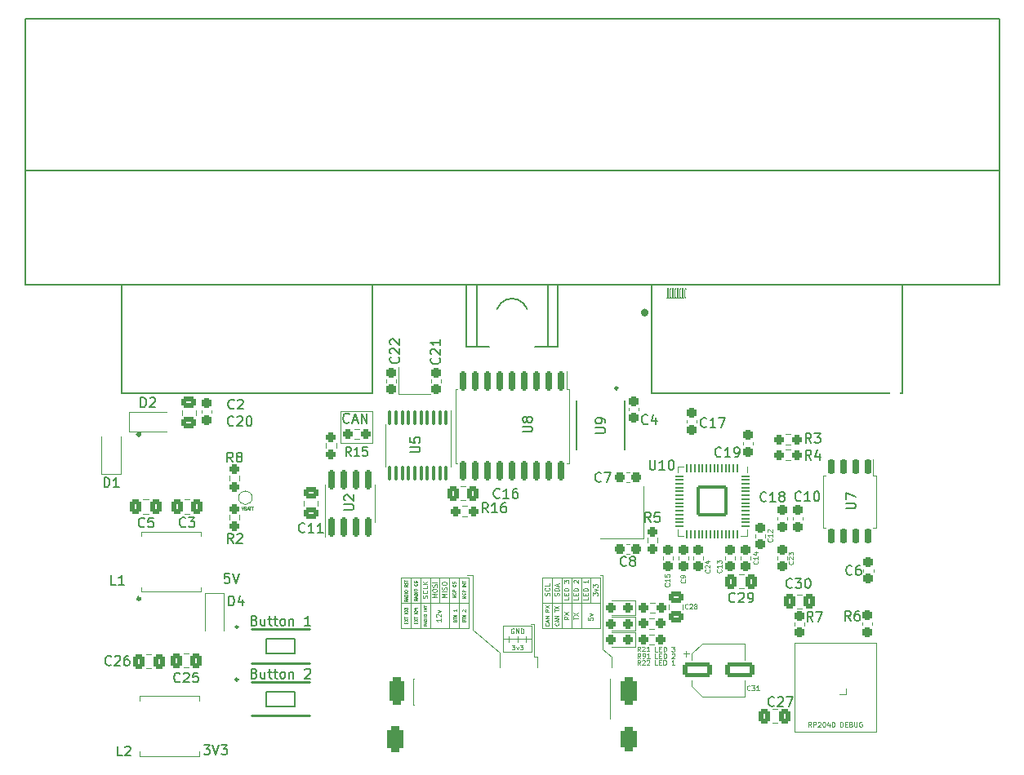
<source format=gbr>
%TF.GenerationSoftware,KiCad,Pcbnew,(6.0.2)*%
%TF.CreationDate,2022-04-25T10:39:50-06:00*%
%TF.ProjectId,CONEPROJ,434f4e45-5052-44f4-9a2e-6b696361645f,rev?*%
%TF.SameCoordinates,Original*%
%TF.FileFunction,Legend,Top*%
%TF.FilePolarity,Positive*%
%FSLAX46Y46*%
G04 Gerber Fmt 4.6, Leading zero omitted, Abs format (unit mm)*
G04 Created by KiCad (PCBNEW (6.0.2)) date 2022-04-25 10:39:50*
%MOMM*%
%LPD*%
G01*
G04 APERTURE LIST*
G04 Aperture macros list*
%AMRoundRect*
0 Rectangle with rounded corners*
0 $1 Rounding radius*
0 $2 $3 $4 $5 $6 $7 $8 $9 X,Y pos of 4 corners*
0 Add a 4 corners polygon primitive as box body*
4,1,4,$2,$3,$4,$5,$6,$7,$8,$9,$2,$3,0*
0 Add four circle primitives for the rounded corners*
1,1,$1+$1,$2,$3*
1,1,$1+$1,$4,$5*
1,1,$1+$1,$6,$7*
1,1,$1+$1,$8,$9*
0 Add four rect primitives between the rounded corners*
20,1,$1+$1,$2,$3,$4,$5,0*
20,1,$1+$1,$4,$5,$6,$7,0*
20,1,$1+$1,$6,$7,$8,$9,0*
20,1,$1+$1,$8,$9,$2,$3,0*%
G04 Aperture macros list end*
%ADD10C,0.120000*%
%ADD11C,0.075000*%
%ADD12C,0.125000*%
%ADD13C,0.150000*%
%ADD14C,0.050000*%
%ADD15C,0.127000*%
%ADD16C,0.254000*%
%ADD17C,0.400000*%
%ADD18C,0.250000*%
%ADD19C,0.304800*%
%ADD20R,1.150000X1.000000*%
%ADD21RoundRect,0.150000X-0.150000X0.875000X-0.150000X-0.875000X0.150000X-0.875000X0.150000X0.875000X0*%
%ADD22R,1.200000X0.900000*%
%ADD23RoundRect,0.100000X-0.100000X0.637500X-0.100000X-0.637500X0.100000X-0.637500X0.100000X0.637500X0*%
%ADD24R,2.350000X5.100000*%
%ADD25RoundRect,0.237500X0.237500X-0.250000X0.237500X0.250000X-0.237500X0.250000X-0.237500X-0.250000X0*%
%ADD26RoundRect,0.237500X-0.237500X0.300000X-0.237500X-0.300000X0.237500X-0.300000X0.237500X0.300000X0*%
%ADD27RoundRect,0.237500X0.237500X-0.300000X0.237500X0.300000X-0.237500X0.300000X-0.237500X-0.300000X0*%
%ADD28R,2.000000X2.000000*%
%ADD29RoundRect,0.150000X-0.150000X0.650000X-0.150000X-0.650000X0.150000X-0.650000X0.150000X0.650000X0*%
%ADD30RoundRect,0.250000X-0.475000X0.337500X-0.475000X-0.337500X0.475000X-0.337500X0.475000X0.337500X0*%
%ADD31RoundRect,0.250000X-0.337500X-0.475000X0.337500X-0.475000X0.337500X0.475000X-0.337500X0.475000X0*%
%ADD32C,5.600000*%
%ADD33RoundRect,0.250000X0.337500X0.475000X-0.337500X0.475000X-0.337500X-0.475000X0.337500X-0.475000X0*%
%ADD34RoundRect,0.237500X-0.237500X0.250000X-0.237500X-0.250000X0.237500X-0.250000X0.237500X0.250000X0*%
%ADD35R,0.750000X3.000000*%
%ADD36RoundRect,0.418770X-0.418770X1.006311X-0.418770X-1.006311X0.418770X-1.006311X0.418770X1.006311X0*%
%ADD37RoundRect,0.412540X-0.412540X0.887541X-0.412540X-0.887541X0.412540X-0.887541X0.412540X0.887541X0*%
%ADD38RoundRect,0.443770X-0.443770X0.893770X-0.443770X-0.893770X0.443770X-0.893770X0.443770X0.893770X0*%
%ADD39RoundRect,0.396885X-0.396885X1.015655X-0.396885X-1.015655X0.396885X-1.015655X0.396885X1.015655X0*%
%ADD40RoundRect,0.150000X0.150000X-0.825000X0.150000X0.825000X-0.150000X0.825000X-0.150000X-0.825000X0*%
%ADD41C,2.374900*%
%ADD42C,0.990600*%
%ADD43C,0.787400*%
%ADD44RoundRect,0.237500X-0.300000X-0.237500X0.300000X-0.237500X0.300000X0.237500X-0.300000X0.237500X0*%
%ADD45RoundRect,0.237500X-0.250000X-0.237500X0.250000X-0.237500X0.250000X0.237500X-0.250000X0.237500X0*%
%ADD46R,2.056000X2.056000*%
%ADD47C,2.056000*%
%ADD48RoundRect,0.250000X0.475000X-0.337500X0.475000X0.337500X-0.475000X0.337500X-0.475000X-0.337500X0*%
%ADD49RoundRect,0.237500X0.287500X0.237500X-0.287500X0.237500X-0.287500X-0.237500X0.287500X-0.237500X0*%
%ADD50R,1.000000X1.500000*%
%ADD51RoundRect,0.050000X-0.050000X0.387500X-0.050000X-0.387500X0.050000X-0.387500X0.050000X0.387500X0*%
%ADD52RoundRect,0.050000X-0.387500X0.050000X-0.387500X-0.050000X0.387500X-0.050000X0.387500X0.050000X0*%
%ADD53RoundRect,0.144000X-1.456000X1.456000X-1.456000X-1.456000X1.456000X-1.456000X1.456000X1.456000X0*%
%ADD54RoundRect,0.237500X0.250000X0.237500X-0.250000X0.237500X-0.250000X-0.237500X0.250000X-0.237500X0*%
%ADD55RoundRect,0.250000X-1.250000X-0.550000X1.250000X-0.550000X1.250000X0.550000X-1.250000X0.550000X0*%
%ADD56R,0.900000X1.200000*%
%ADD57R,2.200000X0.600000*%
%ADD58C,1.000000*%
%ADD59R,1.800000X2.100000*%
G04 APERTURE END LIST*
D10*
X69600000Y-81800000D02*
X69600000Y-80700000D01*
X96250000Y-79250000D02*
X104750000Y-79250000D01*
X104750000Y-79250000D02*
X104750000Y-88500000D01*
X104750000Y-88500000D02*
X96250000Y-88500000D01*
X96250000Y-88500000D02*
X96250000Y-79250000D01*
X55500000Y-75125000D02*
X62500000Y-75125000D01*
X60500000Y-72500000D02*
X60500000Y-77750000D01*
X76400000Y-72200000D02*
X76400000Y-79900000D01*
X70150000Y-75125000D02*
X76150000Y-75125000D01*
X69600000Y-80700000D02*
X69300000Y-80700000D01*
X75150000Y-72500000D02*
X75150000Y-75100000D01*
X62900000Y-72500000D02*
X62900000Y-77900000D01*
X71150000Y-72500000D02*
X71150000Y-77750000D01*
X49250000Y-55250000D02*
X52500000Y-55250000D01*
X52500000Y-55250000D02*
X52500000Y-58500000D01*
X52500000Y-58500000D02*
X49250000Y-58500000D01*
X49250000Y-58500000D02*
X49250000Y-55250000D01*
X55500000Y-72500000D02*
X62500000Y-72500000D01*
X62500000Y-72500000D02*
X62500000Y-77750000D01*
X62500000Y-77750000D02*
X55500000Y-77750000D01*
X55500000Y-77750000D02*
X55500000Y-72500000D01*
X70150000Y-72500000D02*
X76150000Y-72500000D01*
X76150000Y-72500000D02*
X76150000Y-77750000D01*
X76150000Y-77750000D02*
X70150000Y-77750000D01*
X70150000Y-77750000D02*
X70150000Y-72500000D01*
X73150000Y-72500000D02*
X73150000Y-77750000D01*
X62300000Y-72200000D02*
X62900000Y-72200000D01*
X69300000Y-80700000D02*
X69300000Y-77500000D01*
X68900000Y-77300000D02*
X69300000Y-77300000D01*
X58500000Y-72500000D02*
X58500000Y-77750000D01*
X69300000Y-77300000D02*
X69300000Y-77500000D01*
X65700000Y-81800000D02*
X65700000Y-80300000D01*
X62900000Y-72200000D02*
X62900000Y-72500000D01*
X68450000Y-78600000D02*
X68450000Y-79150000D01*
X62900000Y-77900000D02*
X65700000Y-80300000D01*
X67550000Y-78600000D02*
X67550000Y-79150000D01*
X61500000Y-72500000D02*
X61500000Y-77750000D01*
X76400000Y-79900000D02*
X77300000Y-80700000D01*
X56500000Y-72500000D02*
X56500000Y-77750000D01*
X57500000Y-72500000D02*
X57500000Y-77700000D01*
X66650000Y-78600000D02*
X66650000Y-79150000D01*
X66100000Y-77500000D02*
X69000000Y-77500000D01*
X69000000Y-77500000D02*
X69000000Y-80200000D01*
X69000000Y-80200000D02*
X66100000Y-80200000D01*
X66100000Y-80200000D02*
X66100000Y-77500000D01*
X66100000Y-78850000D02*
X69000000Y-78850000D01*
X74150000Y-72500000D02*
X74150000Y-77750000D01*
X59500000Y-72500000D02*
X59500000Y-75100000D01*
X72150000Y-72500000D02*
X72150000Y-77750000D01*
X77300000Y-80700000D02*
X77300000Y-81800000D01*
X76100000Y-72200000D02*
X76400000Y-72200000D01*
D11*
X71792857Y-77202380D02*
X71811904Y-77221428D01*
X71830952Y-77278571D01*
X71830952Y-77316666D01*
X71811904Y-77373809D01*
X71773809Y-77411904D01*
X71735714Y-77430952D01*
X71659523Y-77450000D01*
X71602380Y-77450000D01*
X71526190Y-77430952D01*
X71488095Y-77411904D01*
X71450000Y-77373809D01*
X71430952Y-77316666D01*
X71430952Y-77278571D01*
X71450000Y-77221428D01*
X71469047Y-77202380D01*
X71716666Y-77050000D02*
X71716666Y-76859523D01*
X71830952Y-77088095D02*
X71430952Y-76954761D01*
X71830952Y-76821428D01*
X71830952Y-76688095D02*
X71430952Y-76688095D01*
X71830952Y-76459523D01*
X71430952Y-76459523D01*
X71430952Y-76021428D02*
X71430952Y-75792857D01*
X71830952Y-75907142D02*
X71430952Y-75907142D01*
X71430952Y-75697619D02*
X71830952Y-75430952D01*
X71430952Y-75430952D02*
X71830952Y-75697619D01*
X56135714Y-74785714D02*
X55992857Y-74885714D01*
X56135714Y-74957142D02*
X55835714Y-74957142D01*
X55835714Y-74842857D01*
X55850000Y-74814285D01*
X55864285Y-74800000D01*
X55892857Y-74785714D01*
X55935714Y-74785714D01*
X55964285Y-74800000D01*
X55978571Y-74814285D01*
X55992857Y-74842857D01*
X55992857Y-74957142D01*
X56050000Y-74671428D02*
X56050000Y-74528571D01*
X56135714Y-74700000D02*
X55835714Y-74600000D01*
X56135714Y-74500000D01*
X56135714Y-74400000D02*
X55835714Y-74400000D01*
X55835714Y-74328571D01*
X55850000Y-74285714D01*
X55878571Y-74257142D01*
X55907142Y-74242857D01*
X55964285Y-74228571D01*
X56007142Y-74228571D01*
X56064285Y-74242857D01*
X56092857Y-74257142D01*
X56121428Y-74285714D01*
X56135714Y-74328571D01*
X56135714Y-74400000D01*
X56135714Y-74100000D02*
X55835714Y-74100000D01*
X55835714Y-73900000D02*
X55835714Y-73842857D01*
X55850000Y-73814285D01*
X55878571Y-73785714D01*
X55935714Y-73771428D01*
X56035714Y-73771428D01*
X56092857Y-73785714D01*
X56121428Y-73814285D01*
X56135714Y-73842857D01*
X56135714Y-73900000D01*
X56121428Y-73928571D01*
X56092857Y-73957142D01*
X56035714Y-73971428D01*
X55935714Y-73971428D01*
X55878571Y-73957142D01*
X55850000Y-73928571D01*
X55835714Y-73900000D01*
X56135714Y-73242857D02*
X55992857Y-73342857D01*
X56135714Y-73414285D02*
X55835714Y-73414285D01*
X55835714Y-73300000D01*
X55850000Y-73271428D01*
X55864285Y-73257142D01*
X55892857Y-73242857D01*
X55935714Y-73242857D01*
X55964285Y-73257142D01*
X55978571Y-73271428D01*
X55992857Y-73300000D01*
X55992857Y-73414285D01*
X56121428Y-73128571D02*
X56135714Y-73085714D01*
X56135714Y-73014285D01*
X56121428Y-72985714D01*
X56107142Y-72971428D01*
X56078571Y-72957142D01*
X56050000Y-72957142D01*
X56021428Y-72971428D01*
X56007142Y-72985714D01*
X55992857Y-73014285D01*
X55978571Y-73071428D01*
X55964285Y-73100000D01*
X55950000Y-73114285D01*
X55921428Y-73128571D01*
X55892857Y-73128571D01*
X55864285Y-73114285D01*
X55850000Y-73100000D01*
X55835714Y-73071428D01*
X55835714Y-73000000D01*
X55850000Y-72957142D01*
X55835714Y-72871428D02*
X55835714Y-72700000D01*
X56135714Y-72785714D02*
X55835714Y-72785714D01*
D12*
X66954760Y-79476190D02*
X67264284Y-79476190D01*
X67097618Y-79666666D01*
X67169046Y-79666666D01*
X67216665Y-79690476D01*
X67240475Y-79714285D01*
X67264284Y-79761904D01*
X67264284Y-79880952D01*
X67240475Y-79928571D01*
X67216665Y-79952380D01*
X67169046Y-79976190D01*
X67026189Y-79976190D01*
X66978570Y-79952380D01*
X66954760Y-79928571D01*
X67430951Y-79642857D02*
X67549999Y-79976190D01*
X67669046Y-79642857D01*
X67811903Y-79476190D02*
X68121427Y-79476190D01*
X67954760Y-79666666D01*
X68026189Y-79666666D01*
X68073808Y-79690476D01*
X68097618Y-79714285D01*
X68121427Y-79761904D01*
X68121427Y-79880952D01*
X68097618Y-79928571D01*
X68073808Y-79952380D01*
X68026189Y-79976190D01*
X67883332Y-79976190D01*
X67835713Y-79952380D01*
X67811903Y-79928571D01*
D13*
X37679523Y-72057380D02*
X37203333Y-72057380D01*
X37155714Y-72533571D01*
X37203333Y-72485952D01*
X37298571Y-72438333D01*
X37536666Y-72438333D01*
X37631904Y-72485952D01*
X37679523Y-72533571D01*
X37727142Y-72628809D01*
X37727142Y-72866904D01*
X37679523Y-72962142D01*
X37631904Y-73009761D01*
X37536666Y-73057380D01*
X37298571Y-73057380D01*
X37203333Y-73009761D01*
X37155714Y-72962142D01*
X38012857Y-72057380D02*
X38346190Y-73057380D01*
X38679523Y-72057380D01*
D12*
X60226190Y-74535714D02*
X59726190Y-74535714D01*
X60083333Y-74369047D01*
X59726190Y-74202380D01*
X60226190Y-74202380D01*
X60226190Y-73964285D02*
X59726190Y-73964285D01*
X60202380Y-73750000D02*
X60226190Y-73678571D01*
X60226190Y-73559523D01*
X60202380Y-73511904D01*
X60178571Y-73488095D01*
X60130952Y-73464285D01*
X60083333Y-73464285D01*
X60035714Y-73488095D01*
X60011904Y-73511904D01*
X59988095Y-73559523D01*
X59964285Y-73654761D01*
X59940476Y-73702380D01*
X59916666Y-73726190D01*
X59869047Y-73750000D01*
X59821428Y-73750000D01*
X59773809Y-73726190D01*
X59750000Y-73702380D01*
X59726190Y-73654761D01*
X59726190Y-73535714D01*
X59750000Y-73464285D01*
X59726190Y-73154761D02*
X59726190Y-73059523D01*
X59750000Y-73011904D01*
X59797619Y-72964285D01*
X59892857Y-72940476D01*
X60059523Y-72940476D01*
X60154761Y-72964285D01*
X60202380Y-73011904D01*
X60226190Y-73059523D01*
X60226190Y-73154761D01*
X60202380Y-73202380D01*
X60154761Y-73250000D01*
X60059523Y-73273809D01*
X59892857Y-73273809D01*
X59797619Y-73250000D01*
X59750000Y-73202380D01*
X59726190Y-73154761D01*
D13*
X35036904Y-89852380D02*
X35655952Y-89852380D01*
X35322619Y-90233333D01*
X35465476Y-90233333D01*
X35560714Y-90280952D01*
X35608333Y-90328571D01*
X35655952Y-90423809D01*
X35655952Y-90661904D01*
X35608333Y-90757142D01*
X35560714Y-90804761D01*
X35465476Y-90852380D01*
X35179761Y-90852380D01*
X35084523Y-90804761D01*
X35036904Y-90757142D01*
X35941666Y-89852380D02*
X36275000Y-90852380D01*
X36608333Y-89852380D01*
X36846428Y-89852380D02*
X37465476Y-89852380D01*
X37132142Y-90233333D01*
X37275000Y-90233333D01*
X37370238Y-90280952D01*
X37417857Y-90328571D01*
X37465476Y-90423809D01*
X37465476Y-90661904D01*
X37417857Y-90757142D01*
X37370238Y-90804761D01*
X37275000Y-90852380D01*
X36989285Y-90852380D01*
X36894047Y-90804761D01*
X36846428Y-90757142D01*
D12*
X58202380Y-74595238D02*
X58226190Y-74523809D01*
X58226190Y-74404761D01*
X58202380Y-74357142D01*
X58178571Y-74333333D01*
X58130952Y-74309523D01*
X58083333Y-74309523D01*
X58035714Y-74333333D01*
X58011904Y-74357142D01*
X57988095Y-74404761D01*
X57964285Y-74500000D01*
X57940476Y-74547619D01*
X57916666Y-74571428D01*
X57869047Y-74595238D01*
X57821428Y-74595238D01*
X57773809Y-74571428D01*
X57750000Y-74547619D01*
X57726190Y-74500000D01*
X57726190Y-74380952D01*
X57750000Y-74309523D01*
X58178571Y-73809523D02*
X58202380Y-73833333D01*
X58226190Y-73904761D01*
X58226190Y-73952380D01*
X58202380Y-74023809D01*
X58154761Y-74071428D01*
X58107142Y-74095238D01*
X58011904Y-74119047D01*
X57940476Y-74119047D01*
X57845238Y-74095238D01*
X57797619Y-74071428D01*
X57750000Y-74023809D01*
X57726190Y-73952380D01*
X57726190Y-73904761D01*
X57750000Y-73833333D01*
X57773809Y-73809523D01*
X58226190Y-73357142D02*
X58226190Y-73595238D01*
X57726190Y-73595238D01*
X58226190Y-73190476D02*
X57726190Y-73190476D01*
X58226190Y-72904761D02*
X57940476Y-73119047D01*
X57726190Y-72904761D02*
X58011904Y-73190476D01*
D14*
X83076190Y-42452380D02*
X83076190Y-43166666D01*
X83066666Y-43309523D01*
X83047619Y-43404761D01*
X83019047Y-43452380D01*
X83000000Y-43452380D01*
X83266666Y-43452380D02*
X83171428Y-43452380D01*
X83171428Y-42452380D01*
X83447619Y-43357142D02*
X83438095Y-43404761D01*
X83409523Y-43452380D01*
X83390476Y-43452380D01*
X83361904Y-43404761D01*
X83342857Y-43309523D01*
X83333333Y-43214285D01*
X83323809Y-43023809D01*
X83323809Y-42880952D01*
X83333333Y-42690476D01*
X83342857Y-42595238D01*
X83361904Y-42500000D01*
X83390476Y-42452380D01*
X83409523Y-42452380D01*
X83438095Y-42500000D01*
X83447619Y-42547619D01*
X83590476Y-42452380D02*
X83590476Y-43166666D01*
X83580952Y-43309523D01*
X83561904Y-43404761D01*
X83533333Y-43452380D01*
X83514285Y-43452380D01*
X83780952Y-43452380D02*
X83685714Y-43452380D01*
X83685714Y-42452380D01*
X83961904Y-43357142D02*
X83952380Y-43404761D01*
X83923809Y-43452380D01*
X83904761Y-43452380D01*
X83876190Y-43404761D01*
X83857142Y-43309523D01*
X83847619Y-43214285D01*
X83838095Y-43023809D01*
X83838095Y-42880952D01*
X83847619Y-42690476D01*
X83857142Y-42595238D01*
X83876190Y-42500000D01*
X83904761Y-42452380D01*
X83923809Y-42452380D01*
X83952380Y-42500000D01*
X83961904Y-42547619D01*
X84104761Y-42452380D02*
X84104761Y-43166666D01*
X84095238Y-43309523D01*
X84076190Y-43404761D01*
X84047619Y-43452380D01*
X84028571Y-43452380D01*
X84295238Y-43452380D02*
X84200000Y-43452380D01*
X84200000Y-42452380D01*
X84476190Y-43357142D02*
X84466666Y-43404761D01*
X84438095Y-43452380D01*
X84419047Y-43452380D01*
X84390476Y-43404761D01*
X84371428Y-43309523D01*
X84361904Y-43214285D01*
X84352380Y-43023809D01*
X84352380Y-42880952D01*
X84361904Y-42690476D01*
X84371428Y-42595238D01*
X84390476Y-42500000D01*
X84419047Y-42452380D01*
X84438095Y-42452380D01*
X84466666Y-42500000D01*
X84476190Y-42547619D01*
X84619047Y-42452380D02*
X84619047Y-43166666D01*
X84609523Y-43309523D01*
X84590476Y-43404761D01*
X84561904Y-43452380D01*
X84542857Y-43452380D01*
X84809523Y-43452380D02*
X84714285Y-43452380D01*
X84714285Y-42452380D01*
X84990476Y-43357142D02*
X84980952Y-43404761D01*
X84952380Y-43452380D01*
X84933333Y-43452380D01*
X84904761Y-43404761D01*
X84885714Y-43309523D01*
X84876190Y-43214285D01*
X84866666Y-43023809D01*
X84866666Y-42880952D01*
X84876190Y-42690476D01*
X84885714Y-42595238D01*
X84904761Y-42500000D01*
X84933333Y-42452380D01*
X84952380Y-42452380D01*
X84980952Y-42500000D01*
X84990476Y-42547619D01*
D12*
X72876190Y-76533333D02*
X72638095Y-76700000D01*
X72876190Y-76819047D02*
X72376190Y-76819047D01*
X72376190Y-76628571D01*
X72400000Y-76580952D01*
X72423809Y-76557142D01*
X72471428Y-76533333D01*
X72542857Y-76533333D01*
X72590476Y-76557142D01*
X72614285Y-76580952D01*
X72638095Y-76628571D01*
X72638095Y-76819047D01*
X72376190Y-76366666D02*
X72876190Y-76033333D01*
X72376190Y-76033333D02*
X72876190Y-76366666D01*
D11*
X62135714Y-74607142D02*
X61835714Y-74607142D01*
X62050000Y-74507142D01*
X61835714Y-74407142D01*
X62135714Y-74407142D01*
X62107142Y-74092857D02*
X62121428Y-74107142D01*
X62135714Y-74150000D01*
X62135714Y-74178571D01*
X62121428Y-74221428D01*
X62092857Y-74250000D01*
X62064285Y-74264285D01*
X62007142Y-74278571D01*
X61964285Y-74278571D01*
X61907142Y-74264285D01*
X61878571Y-74250000D01*
X61850000Y-74221428D01*
X61835714Y-74178571D01*
X61835714Y-74150000D01*
X61850000Y-74107142D01*
X61864285Y-74092857D01*
X62135714Y-73964285D02*
X61835714Y-73964285D01*
X61835714Y-73850000D01*
X61850000Y-73821428D01*
X61864285Y-73807142D01*
X61892857Y-73792857D01*
X61935714Y-73792857D01*
X61964285Y-73807142D01*
X61978571Y-73821428D01*
X61992857Y-73850000D01*
X61992857Y-73964285D01*
X62135714Y-73435714D02*
X61835714Y-73435714D01*
X62135714Y-73292857D02*
X61835714Y-73292857D01*
X62135714Y-73121428D01*
X61835714Y-73121428D01*
X61835714Y-73021428D02*
X61835714Y-72850000D01*
X62135714Y-72935714D02*
X61835714Y-72935714D01*
X61078571Y-76957142D02*
X61092857Y-76914285D01*
X61107142Y-76900000D01*
X61135714Y-76885714D01*
X61178571Y-76885714D01*
X61207142Y-76900000D01*
X61221428Y-76914285D01*
X61235714Y-76942857D01*
X61235714Y-77057142D01*
X60935714Y-77057142D01*
X60935714Y-76957142D01*
X60950000Y-76928571D01*
X60964285Y-76914285D01*
X60992857Y-76900000D01*
X61021428Y-76900000D01*
X61050000Y-76914285D01*
X61064285Y-76928571D01*
X61078571Y-76957142D01*
X61078571Y-77057142D01*
X60935714Y-76800000D02*
X60935714Y-76628571D01*
X61235714Y-76714285D02*
X60935714Y-76714285D01*
X61235714Y-76528571D02*
X60935714Y-76528571D01*
X61235714Y-76357142D01*
X60935714Y-76357142D01*
X61235714Y-75828571D02*
X61235714Y-76000000D01*
X61235714Y-75914285D02*
X60935714Y-75914285D01*
X60978571Y-75942857D01*
X61007142Y-75971428D01*
X61021428Y-76000000D01*
D13*
X40285714Y-76928571D02*
X40428571Y-76976190D01*
X40476190Y-77023809D01*
X40523809Y-77119047D01*
X40523809Y-77261904D01*
X40476190Y-77357142D01*
X40428571Y-77404761D01*
X40333333Y-77452380D01*
X39952380Y-77452380D01*
X39952380Y-76452380D01*
X40285714Y-76452380D01*
X40380952Y-76500000D01*
X40428571Y-76547619D01*
X40476190Y-76642857D01*
X40476190Y-76738095D01*
X40428571Y-76833333D01*
X40380952Y-76880952D01*
X40285714Y-76928571D01*
X39952380Y-76928571D01*
X41380952Y-76785714D02*
X41380952Y-77452380D01*
X40952380Y-76785714D02*
X40952380Y-77309523D01*
X41000000Y-77404761D01*
X41095238Y-77452380D01*
X41238095Y-77452380D01*
X41333333Y-77404761D01*
X41380952Y-77357142D01*
X41714285Y-76785714D02*
X42095238Y-76785714D01*
X41857142Y-76452380D02*
X41857142Y-77309523D01*
X41904761Y-77404761D01*
X42000000Y-77452380D01*
X42095238Y-77452380D01*
X42285714Y-76785714D02*
X42666666Y-76785714D01*
X42428571Y-76452380D02*
X42428571Y-77309523D01*
X42476190Y-77404761D01*
X42571428Y-77452380D01*
X42666666Y-77452380D01*
X43142857Y-77452380D02*
X43047619Y-77404761D01*
X43000000Y-77357142D01*
X42952380Y-77261904D01*
X42952380Y-76976190D01*
X43000000Y-76880952D01*
X43047619Y-76833333D01*
X43142857Y-76785714D01*
X43285714Y-76785714D01*
X43380952Y-76833333D01*
X43428571Y-76880952D01*
X43476190Y-76976190D01*
X43476190Y-77261904D01*
X43428571Y-77357142D01*
X43380952Y-77404761D01*
X43285714Y-77452380D01*
X43142857Y-77452380D01*
X43904761Y-76785714D02*
X43904761Y-77452380D01*
X43904761Y-76880952D02*
X43952380Y-76833333D01*
X44047619Y-76785714D01*
X44190476Y-76785714D01*
X44285714Y-76833333D01*
X44333333Y-76928571D01*
X44333333Y-77452380D01*
X46095238Y-77452380D02*
X45523809Y-77452380D01*
X45809523Y-77452380D02*
X45809523Y-76452380D01*
X45714285Y-76595238D01*
X45619047Y-76690476D01*
X45523809Y-76738095D01*
D11*
X61978571Y-76957142D02*
X61992857Y-76914285D01*
X62007142Y-76900000D01*
X62035714Y-76885714D01*
X62078571Y-76885714D01*
X62107142Y-76900000D01*
X62121428Y-76914285D01*
X62135714Y-76942857D01*
X62135714Y-77057142D01*
X61835714Y-77057142D01*
X61835714Y-76957142D01*
X61850000Y-76928571D01*
X61864285Y-76914285D01*
X61892857Y-76900000D01*
X61921428Y-76900000D01*
X61950000Y-76914285D01*
X61964285Y-76928571D01*
X61978571Y-76957142D01*
X61978571Y-77057142D01*
X61835714Y-76800000D02*
X61835714Y-76628571D01*
X62135714Y-76714285D02*
X61835714Y-76714285D01*
X62135714Y-76528571D02*
X61835714Y-76528571D01*
X62135714Y-76357142D01*
X61835714Y-76357142D01*
X61864285Y-76000000D02*
X61850000Y-75985714D01*
X61835714Y-75957142D01*
X61835714Y-75885714D01*
X61850000Y-75857142D01*
X61864285Y-75842857D01*
X61892857Y-75828571D01*
X61921428Y-75828571D01*
X61964285Y-75842857D01*
X62135714Y-76014285D01*
X62135714Y-75828571D01*
D12*
X59226190Y-74535714D02*
X58726190Y-74535714D01*
X59083333Y-74369047D01*
X58726190Y-74202380D01*
X59226190Y-74202380D01*
X58726190Y-73869047D02*
X58726190Y-73773809D01*
X58750000Y-73726190D01*
X58797619Y-73678571D01*
X58892857Y-73654761D01*
X59059523Y-73654761D01*
X59154761Y-73678571D01*
X59202380Y-73726190D01*
X59226190Y-73773809D01*
X59226190Y-73869047D01*
X59202380Y-73916666D01*
X59154761Y-73964285D01*
X59059523Y-73988095D01*
X58892857Y-73988095D01*
X58797619Y-73964285D01*
X58750000Y-73916666D01*
X58726190Y-73869047D01*
X59202380Y-73464285D02*
X59226190Y-73392857D01*
X59226190Y-73273809D01*
X59202380Y-73226190D01*
X59178571Y-73202380D01*
X59130952Y-73178571D01*
X59083333Y-73178571D01*
X59035714Y-73202380D01*
X59011904Y-73226190D01*
X58988095Y-73273809D01*
X58964285Y-73369047D01*
X58940476Y-73416666D01*
X58916666Y-73440476D01*
X58869047Y-73464285D01*
X58821428Y-73464285D01*
X58773809Y-73440476D01*
X58750000Y-73416666D01*
X58726190Y-73369047D01*
X58726190Y-73250000D01*
X58750000Y-73178571D01*
X59226190Y-72964285D02*
X58726190Y-72964285D01*
D13*
X40285714Y-82428571D02*
X40428571Y-82476190D01*
X40476190Y-82523809D01*
X40523809Y-82619047D01*
X40523809Y-82761904D01*
X40476190Y-82857142D01*
X40428571Y-82904761D01*
X40333333Y-82952380D01*
X39952380Y-82952380D01*
X39952380Y-81952380D01*
X40285714Y-81952380D01*
X40380952Y-82000000D01*
X40428571Y-82047619D01*
X40476190Y-82142857D01*
X40476190Y-82238095D01*
X40428571Y-82333333D01*
X40380952Y-82380952D01*
X40285714Y-82428571D01*
X39952380Y-82428571D01*
X41380952Y-82285714D02*
X41380952Y-82952380D01*
X40952380Y-82285714D02*
X40952380Y-82809523D01*
X41000000Y-82904761D01*
X41095238Y-82952380D01*
X41238095Y-82952380D01*
X41333333Y-82904761D01*
X41380952Y-82857142D01*
X41714285Y-82285714D02*
X42095238Y-82285714D01*
X41857142Y-81952380D02*
X41857142Y-82809523D01*
X41904761Y-82904761D01*
X42000000Y-82952380D01*
X42095238Y-82952380D01*
X42285714Y-82285714D02*
X42666666Y-82285714D01*
X42428571Y-81952380D02*
X42428571Y-82809523D01*
X42476190Y-82904761D01*
X42571428Y-82952380D01*
X42666666Y-82952380D01*
X43142857Y-82952380D02*
X43047619Y-82904761D01*
X43000000Y-82857142D01*
X42952380Y-82761904D01*
X42952380Y-82476190D01*
X43000000Y-82380952D01*
X43047619Y-82333333D01*
X43142857Y-82285714D01*
X43285714Y-82285714D01*
X43380952Y-82333333D01*
X43428571Y-82380952D01*
X43476190Y-82476190D01*
X43476190Y-82761904D01*
X43428571Y-82857142D01*
X43380952Y-82904761D01*
X43285714Y-82952380D01*
X43142857Y-82952380D01*
X43904761Y-82285714D02*
X43904761Y-82952380D01*
X43904761Y-82380952D02*
X43952380Y-82333333D01*
X44047619Y-82285714D01*
X44190476Y-82285714D01*
X44285714Y-82333333D01*
X44333333Y-82428571D01*
X44333333Y-82952380D01*
X45523809Y-82047619D02*
X45571428Y-82000000D01*
X45666666Y-81952380D01*
X45904761Y-81952380D01*
X46000000Y-82000000D01*
X46047619Y-82047619D01*
X46095238Y-82142857D01*
X46095238Y-82238095D01*
X46047619Y-82380952D01*
X45476190Y-82952380D01*
X46095238Y-82952380D01*
D12*
X59626190Y-76735714D02*
X59626190Y-77021428D01*
X59626190Y-76878571D02*
X59126190Y-76878571D01*
X59197619Y-76926190D01*
X59245238Y-76973809D01*
X59269047Y-77021428D01*
X59173809Y-76545238D02*
X59150000Y-76521428D01*
X59126190Y-76473809D01*
X59126190Y-76354761D01*
X59150000Y-76307142D01*
X59173809Y-76283333D01*
X59221428Y-76259523D01*
X59269047Y-76259523D01*
X59340476Y-76283333D01*
X59626190Y-76569047D01*
X59626190Y-76259523D01*
X59292857Y-76092857D02*
X59626190Y-75973809D01*
X59292857Y-75854761D01*
D11*
X58135714Y-77321428D02*
X57992857Y-77421428D01*
X58135714Y-77492857D02*
X57835714Y-77492857D01*
X57835714Y-77378571D01*
X57850000Y-77350000D01*
X57864285Y-77335714D01*
X57892857Y-77321428D01*
X57935714Y-77321428D01*
X57964285Y-77335714D01*
X57978571Y-77350000D01*
X57992857Y-77378571D01*
X57992857Y-77492857D01*
X58050000Y-77207142D02*
X58050000Y-77064285D01*
X58135714Y-77235714D02*
X57835714Y-77135714D01*
X58135714Y-77035714D01*
X58135714Y-76935714D02*
X57835714Y-76935714D01*
X57835714Y-76864285D01*
X57850000Y-76821428D01*
X57878571Y-76792857D01*
X57907142Y-76778571D01*
X57964285Y-76764285D01*
X58007142Y-76764285D01*
X58064285Y-76778571D01*
X58092857Y-76792857D01*
X58121428Y-76821428D01*
X58135714Y-76864285D01*
X58135714Y-76935714D01*
X58135714Y-76635714D02*
X57835714Y-76635714D01*
X57835714Y-76435714D02*
X57835714Y-76378571D01*
X57850000Y-76350000D01*
X57878571Y-76321428D01*
X57935714Y-76307142D01*
X58035714Y-76307142D01*
X58092857Y-76321428D01*
X58121428Y-76350000D01*
X58135714Y-76378571D01*
X58135714Y-76435714D01*
X58121428Y-76464285D01*
X58092857Y-76492857D01*
X58035714Y-76507142D01*
X57935714Y-76507142D01*
X57878571Y-76492857D01*
X57850000Y-76464285D01*
X57835714Y-76435714D01*
X58135714Y-75950000D02*
X57835714Y-75950000D01*
X58135714Y-75807142D02*
X57835714Y-75807142D01*
X58135714Y-75635714D01*
X57835714Y-75635714D01*
X57835714Y-75535714D02*
X57835714Y-75364285D01*
X58135714Y-75450000D02*
X57835714Y-75450000D01*
D12*
X67169046Y-77800000D02*
X67121427Y-77776190D01*
X67049999Y-77776190D01*
X66978570Y-77800000D01*
X66930951Y-77847619D01*
X66907141Y-77895238D01*
X66883332Y-77990476D01*
X66883332Y-78061904D01*
X66907141Y-78157142D01*
X66930951Y-78204761D01*
X66978570Y-78252380D01*
X67049999Y-78276190D01*
X67097618Y-78276190D01*
X67169046Y-78252380D01*
X67192856Y-78228571D01*
X67192856Y-78061904D01*
X67097618Y-78061904D01*
X67407141Y-78276190D02*
X67407141Y-77776190D01*
X67692856Y-78276190D01*
X67692856Y-77776190D01*
X67930951Y-78276190D02*
X67930951Y-77776190D01*
X68049999Y-77776190D01*
X68121427Y-77800000D01*
X68169046Y-77847619D01*
X68192856Y-77895238D01*
X68216665Y-77990476D01*
X68216665Y-78061904D01*
X68192856Y-78157142D01*
X68169046Y-78204761D01*
X68121427Y-78252380D01*
X68049999Y-78276190D01*
X67930951Y-78276190D01*
D11*
X57135714Y-74671428D02*
X56992857Y-74771428D01*
X57135714Y-74842857D02*
X56835714Y-74842857D01*
X56835714Y-74728571D01*
X56850000Y-74700000D01*
X56864285Y-74685714D01*
X56892857Y-74671428D01*
X56935714Y-74671428D01*
X56964285Y-74685714D01*
X56978571Y-74700000D01*
X56992857Y-74728571D01*
X56992857Y-74842857D01*
X57050000Y-74557142D02*
X57050000Y-74414285D01*
X57135714Y-74585714D02*
X56835714Y-74485714D01*
X57135714Y-74385714D01*
X57135714Y-74285714D02*
X56835714Y-74285714D01*
X56835714Y-74214285D01*
X56850000Y-74171428D01*
X56878571Y-74142857D01*
X56907142Y-74128571D01*
X56964285Y-74114285D01*
X57007142Y-74114285D01*
X57064285Y-74128571D01*
X57092857Y-74142857D01*
X57121428Y-74171428D01*
X57135714Y-74214285D01*
X57135714Y-74285714D01*
X57135714Y-73985714D02*
X56835714Y-73985714D01*
X56835714Y-73785714D02*
X56835714Y-73728571D01*
X56850000Y-73700000D01*
X56878571Y-73671428D01*
X56935714Y-73657142D01*
X57035714Y-73657142D01*
X57092857Y-73671428D01*
X57121428Y-73700000D01*
X57135714Y-73728571D01*
X57135714Y-73785714D01*
X57121428Y-73814285D01*
X57092857Y-73842857D01*
X57035714Y-73857142D01*
X56935714Y-73857142D01*
X56878571Y-73842857D01*
X56850000Y-73814285D01*
X56835714Y-73785714D01*
X57107142Y-73128571D02*
X57121428Y-73142857D01*
X57135714Y-73185714D01*
X57135714Y-73214285D01*
X57121428Y-73257142D01*
X57092857Y-73285714D01*
X57064285Y-73300000D01*
X57007142Y-73314285D01*
X56964285Y-73314285D01*
X56907142Y-73300000D01*
X56878571Y-73285714D01*
X56850000Y-73257142D01*
X56835714Y-73214285D01*
X56835714Y-73185714D01*
X56850000Y-73142857D01*
X56864285Y-73128571D01*
X57121428Y-73014285D02*
X57135714Y-72971428D01*
X57135714Y-72900000D01*
X57121428Y-72871428D01*
X57107142Y-72857142D01*
X57078571Y-72842857D01*
X57050000Y-72842857D01*
X57021428Y-72857142D01*
X57007142Y-72871428D01*
X56992857Y-72900000D01*
X56978571Y-72957142D01*
X56964285Y-72985714D01*
X56950000Y-73000000D01*
X56921428Y-73014285D01*
X56892857Y-73014285D01*
X56864285Y-73000000D01*
X56850000Y-72985714D01*
X56835714Y-72957142D01*
X56835714Y-72885714D01*
X56850000Y-72842857D01*
D12*
X82080000Y-81546190D02*
X81841904Y-81546190D01*
X81841904Y-81046190D01*
X82246666Y-81284285D02*
X82413333Y-81284285D01*
X82484761Y-81546190D02*
X82246666Y-81546190D01*
X82246666Y-81046190D01*
X82484761Y-81046190D01*
X82699047Y-81546190D02*
X82699047Y-81046190D01*
X82818095Y-81046190D01*
X82889523Y-81070000D01*
X82937142Y-81117619D01*
X82960952Y-81165238D01*
X82984761Y-81260476D01*
X82984761Y-81331904D01*
X82960952Y-81427142D01*
X82937142Y-81474761D01*
X82889523Y-81522380D01*
X82818095Y-81546190D01*
X82699047Y-81546190D01*
X83841904Y-81546190D02*
X83556190Y-81546190D01*
X83699047Y-81546190D02*
X83699047Y-81046190D01*
X83651428Y-81117619D01*
X83603809Y-81165238D01*
X83556190Y-81189047D01*
X73376190Y-76830952D02*
X73376190Y-76545238D01*
X73876190Y-76688095D02*
X73376190Y-76688095D01*
X73376190Y-76426190D02*
X73876190Y-76092857D01*
X73376190Y-76092857D02*
X73876190Y-76426190D01*
X71852380Y-74357142D02*
X71876190Y-74285714D01*
X71876190Y-74166666D01*
X71852380Y-74119047D01*
X71828571Y-74095238D01*
X71780952Y-74071428D01*
X71733333Y-74071428D01*
X71685714Y-74095238D01*
X71661904Y-74119047D01*
X71638095Y-74166666D01*
X71614285Y-74261904D01*
X71590476Y-74309523D01*
X71566666Y-74333333D01*
X71519047Y-74357142D01*
X71471428Y-74357142D01*
X71423809Y-74333333D01*
X71400000Y-74309523D01*
X71376190Y-74261904D01*
X71376190Y-74142857D01*
X71400000Y-74071428D01*
X71876190Y-73857142D02*
X71376190Y-73857142D01*
X71376190Y-73738095D01*
X71400000Y-73666666D01*
X71447619Y-73619047D01*
X71495238Y-73595238D01*
X71590476Y-73571428D01*
X71661904Y-73571428D01*
X71757142Y-73595238D01*
X71804761Y-73619047D01*
X71852380Y-73666666D01*
X71876190Y-73738095D01*
X71876190Y-73857142D01*
X71733333Y-73380952D02*
X71733333Y-73142857D01*
X71876190Y-73428571D02*
X71376190Y-73261904D01*
X71876190Y-73095238D01*
D11*
X56978571Y-77257142D02*
X56978571Y-77157142D01*
X57135714Y-77114285D02*
X57135714Y-77257142D01*
X56835714Y-77257142D01*
X56835714Y-77114285D01*
X56835714Y-77014285D02*
X57135714Y-76814285D01*
X56835714Y-76814285D02*
X57135714Y-77014285D01*
X56835714Y-76742857D02*
X56835714Y-76571428D01*
X57135714Y-76657142D02*
X56835714Y-76657142D01*
X57135714Y-76242857D02*
X56835714Y-76242857D01*
X56835714Y-76042857D02*
X56835714Y-75985714D01*
X56850000Y-75957142D01*
X56878571Y-75928571D01*
X56935714Y-75914285D01*
X57035714Y-75914285D01*
X57092857Y-75928571D01*
X57121428Y-75957142D01*
X57135714Y-75985714D01*
X57135714Y-76042857D01*
X57121428Y-76071428D01*
X57092857Y-76100000D01*
X57035714Y-76114285D01*
X56935714Y-76114285D01*
X56878571Y-76100000D01*
X56850000Y-76071428D01*
X56835714Y-76042857D01*
X56935714Y-75657142D02*
X57135714Y-75657142D01*
X56821428Y-75728571D02*
X57035714Y-75800000D01*
X57035714Y-75614285D01*
X70792857Y-77250000D02*
X70811904Y-77269047D01*
X70830952Y-77326190D01*
X70830952Y-77364285D01*
X70811904Y-77421428D01*
X70773809Y-77459523D01*
X70735714Y-77478571D01*
X70659523Y-77497619D01*
X70602380Y-77497619D01*
X70526190Y-77478571D01*
X70488095Y-77459523D01*
X70450000Y-77421428D01*
X70430952Y-77364285D01*
X70430952Y-77326190D01*
X70450000Y-77269047D01*
X70469047Y-77250000D01*
X70716666Y-77097619D02*
X70716666Y-76907142D01*
X70830952Y-77135714D02*
X70430952Y-77002380D01*
X70830952Y-76869047D01*
X70830952Y-76735714D02*
X70430952Y-76735714D01*
X70830952Y-76507142D01*
X70430952Y-76507142D01*
X70830952Y-75783333D02*
X70640476Y-75916666D01*
X70830952Y-76011904D02*
X70430952Y-76011904D01*
X70430952Y-75859523D01*
X70450000Y-75821428D01*
X70469047Y-75802380D01*
X70507142Y-75783333D01*
X70564285Y-75783333D01*
X70602380Y-75802380D01*
X70621428Y-75821428D01*
X70640476Y-75859523D01*
X70640476Y-76011904D01*
X70430952Y-75650000D02*
X70830952Y-75383333D01*
X70430952Y-75383333D02*
X70830952Y-75650000D01*
D12*
X82090000Y-80156190D02*
X81851904Y-80156190D01*
X81851904Y-79656190D01*
X82256666Y-79894285D02*
X82423333Y-79894285D01*
X82494761Y-80156190D02*
X82256666Y-80156190D01*
X82256666Y-79656190D01*
X82494761Y-79656190D01*
X82709047Y-80156190D02*
X82709047Y-79656190D01*
X82828095Y-79656190D01*
X82899523Y-79680000D01*
X82947142Y-79727619D01*
X82970952Y-79775238D01*
X82994761Y-79870476D01*
X82994761Y-79941904D01*
X82970952Y-80037142D01*
X82947142Y-80084761D01*
X82899523Y-80132380D01*
X82828095Y-80156190D01*
X82709047Y-80156190D01*
X83542380Y-79656190D02*
X83851904Y-79656190D01*
X83685238Y-79846666D01*
X83756666Y-79846666D01*
X83804285Y-79870476D01*
X83828095Y-79894285D01*
X83851904Y-79941904D01*
X83851904Y-80060952D01*
X83828095Y-80108571D01*
X83804285Y-80132380D01*
X83756666Y-80156190D01*
X83613809Y-80156190D01*
X83566190Y-80132380D01*
X83542380Y-80108571D01*
X72876190Y-74500000D02*
X72876190Y-74738095D01*
X72376190Y-74738095D01*
X72614285Y-74333333D02*
X72614285Y-74166666D01*
X72876190Y-74095238D02*
X72876190Y-74333333D01*
X72376190Y-74333333D01*
X72376190Y-74095238D01*
X72876190Y-73880952D02*
X72376190Y-73880952D01*
X72376190Y-73761904D01*
X72400000Y-73690476D01*
X72447619Y-73642857D01*
X72495238Y-73619047D01*
X72590476Y-73595238D01*
X72661904Y-73595238D01*
X72757142Y-73619047D01*
X72804761Y-73642857D01*
X72852380Y-73690476D01*
X72876190Y-73761904D01*
X72876190Y-73880952D01*
X72376190Y-73047619D02*
X72376190Y-72738095D01*
X72566666Y-72904761D01*
X72566666Y-72833333D01*
X72590476Y-72785714D01*
X72614285Y-72761904D01*
X72661904Y-72738095D01*
X72780952Y-72738095D01*
X72828571Y-72761904D01*
X72852380Y-72785714D01*
X72876190Y-72833333D01*
X72876190Y-72976190D01*
X72852380Y-73023809D01*
X72828571Y-73047619D01*
X74876190Y-76621428D02*
X74876190Y-76859523D01*
X75114285Y-76883333D01*
X75090476Y-76859523D01*
X75066666Y-76811904D01*
X75066666Y-76692857D01*
X75090476Y-76645238D01*
X75114285Y-76621428D01*
X75161904Y-76597619D01*
X75280952Y-76597619D01*
X75328571Y-76621428D01*
X75352380Y-76645238D01*
X75376190Y-76692857D01*
X75376190Y-76811904D01*
X75352380Y-76859523D01*
X75328571Y-76883333D01*
X75042857Y-76430952D02*
X75376190Y-76311904D01*
X75042857Y-76192857D01*
X73876190Y-74500000D02*
X73876190Y-74738095D01*
X73376190Y-74738095D01*
X73614285Y-74333333D02*
X73614285Y-74166666D01*
X73876190Y-74095238D02*
X73876190Y-74333333D01*
X73376190Y-74333333D01*
X73376190Y-74095238D01*
X73876190Y-73880952D02*
X73376190Y-73880952D01*
X73376190Y-73761904D01*
X73400000Y-73690476D01*
X73447619Y-73642857D01*
X73495238Y-73619047D01*
X73590476Y-73595238D01*
X73661904Y-73595238D01*
X73757142Y-73619047D01*
X73804761Y-73642857D01*
X73852380Y-73690476D01*
X73876190Y-73761904D01*
X73876190Y-73880952D01*
X73423809Y-73023809D02*
X73400000Y-73000000D01*
X73376190Y-72952380D01*
X73376190Y-72833333D01*
X73400000Y-72785714D01*
X73423809Y-72761904D01*
X73471428Y-72738095D01*
X73519047Y-72738095D01*
X73590476Y-72761904D01*
X73876190Y-73047619D01*
X73876190Y-72738095D01*
X82090000Y-80866190D02*
X81851904Y-80866190D01*
X81851904Y-80366190D01*
X82256666Y-80604285D02*
X82423333Y-80604285D01*
X82494761Y-80866190D02*
X82256666Y-80866190D01*
X82256666Y-80366190D01*
X82494761Y-80366190D01*
X82709047Y-80866190D02*
X82709047Y-80366190D01*
X82828095Y-80366190D01*
X82899523Y-80390000D01*
X82947142Y-80437619D01*
X82970952Y-80485238D01*
X82994761Y-80580476D01*
X82994761Y-80651904D01*
X82970952Y-80747142D01*
X82947142Y-80794761D01*
X82899523Y-80842380D01*
X82828095Y-80866190D01*
X82709047Y-80866190D01*
X83566190Y-80413809D02*
X83590000Y-80390000D01*
X83637619Y-80366190D01*
X83756666Y-80366190D01*
X83804285Y-80390000D01*
X83828095Y-80413809D01*
X83851904Y-80461428D01*
X83851904Y-80509047D01*
X83828095Y-80580476D01*
X83542380Y-80866190D01*
X83851904Y-80866190D01*
X70852380Y-74345238D02*
X70876190Y-74273809D01*
X70876190Y-74154761D01*
X70852380Y-74107142D01*
X70828571Y-74083333D01*
X70780952Y-74059523D01*
X70733333Y-74059523D01*
X70685714Y-74083333D01*
X70661904Y-74107142D01*
X70638095Y-74154761D01*
X70614285Y-74250000D01*
X70590476Y-74297619D01*
X70566666Y-74321428D01*
X70519047Y-74345238D01*
X70471428Y-74345238D01*
X70423809Y-74321428D01*
X70400000Y-74297619D01*
X70376190Y-74250000D01*
X70376190Y-74130952D01*
X70400000Y-74059523D01*
X70828571Y-73559523D02*
X70852380Y-73583333D01*
X70876190Y-73654761D01*
X70876190Y-73702380D01*
X70852380Y-73773809D01*
X70804761Y-73821428D01*
X70757142Y-73845238D01*
X70661904Y-73869047D01*
X70590476Y-73869047D01*
X70495238Y-73845238D01*
X70447619Y-73821428D01*
X70400000Y-73773809D01*
X70376190Y-73702380D01*
X70376190Y-73654761D01*
X70400000Y-73583333D01*
X70423809Y-73559523D01*
X70876190Y-73107142D02*
X70876190Y-73345238D01*
X70376190Y-73345238D01*
D11*
X55978571Y-77257142D02*
X55978571Y-77157142D01*
X56135714Y-77114285D02*
X56135714Y-77257142D01*
X55835714Y-77257142D01*
X55835714Y-77114285D01*
X55835714Y-77014285D02*
X56135714Y-76814285D01*
X55835714Y-76814285D02*
X56135714Y-77014285D01*
X55835714Y-76742857D02*
X55835714Y-76571428D01*
X56135714Y-76657142D02*
X55835714Y-76657142D01*
X56135714Y-76242857D02*
X55835714Y-76242857D01*
X55835714Y-76042857D02*
X55835714Y-75985714D01*
X55850000Y-75957142D01*
X55878571Y-75928571D01*
X55935714Y-75914285D01*
X56035714Y-75914285D01*
X56092857Y-75928571D01*
X56121428Y-75957142D01*
X56135714Y-75985714D01*
X56135714Y-76042857D01*
X56121428Y-76071428D01*
X56092857Y-76100000D01*
X56035714Y-76114285D01*
X55935714Y-76114285D01*
X55878571Y-76100000D01*
X55850000Y-76071428D01*
X55835714Y-76042857D01*
X55835714Y-75814285D02*
X55835714Y-75628571D01*
X55950000Y-75728571D01*
X55950000Y-75685714D01*
X55964285Y-75657142D01*
X55978571Y-75642857D01*
X56007142Y-75628571D01*
X56078571Y-75628571D01*
X56107142Y-75642857D01*
X56121428Y-75657142D01*
X56135714Y-75685714D01*
X56135714Y-75771428D01*
X56121428Y-75800000D01*
X56107142Y-75814285D01*
D12*
X75376190Y-74345238D02*
X75376190Y-74035714D01*
X75566666Y-74202380D01*
X75566666Y-74130952D01*
X75590476Y-74083333D01*
X75614285Y-74059523D01*
X75661904Y-74035714D01*
X75780952Y-74035714D01*
X75828571Y-74059523D01*
X75852380Y-74083333D01*
X75876190Y-74130952D01*
X75876190Y-74273809D01*
X75852380Y-74321428D01*
X75828571Y-74345238D01*
X75542857Y-73869047D02*
X75876190Y-73750000D01*
X75542857Y-73630952D01*
X75376190Y-73488095D02*
X75376190Y-73178571D01*
X75566666Y-73345238D01*
X75566666Y-73273809D01*
X75590476Y-73226190D01*
X75614285Y-73202380D01*
X75661904Y-73178571D01*
X75780952Y-73178571D01*
X75828571Y-73202380D01*
X75852380Y-73226190D01*
X75876190Y-73273809D01*
X75876190Y-73416666D01*
X75852380Y-73464285D01*
X75828571Y-73488095D01*
X74876190Y-74500000D02*
X74876190Y-74738095D01*
X74376190Y-74738095D01*
X74614285Y-74333333D02*
X74614285Y-74166666D01*
X74876190Y-74095238D02*
X74876190Y-74333333D01*
X74376190Y-74333333D01*
X74376190Y-74095238D01*
X74876190Y-73880952D02*
X74376190Y-73880952D01*
X74376190Y-73761904D01*
X74400000Y-73690476D01*
X74447619Y-73642857D01*
X74495238Y-73619047D01*
X74590476Y-73595238D01*
X74661904Y-73595238D01*
X74757142Y-73619047D01*
X74804761Y-73642857D01*
X74852380Y-73690476D01*
X74876190Y-73761904D01*
X74876190Y-73880952D01*
X74876190Y-72738095D02*
X74876190Y-73023809D01*
X74876190Y-72880952D02*
X74376190Y-72880952D01*
X74447619Y-72928571D01*
X74495238Y-72976190D01*
X74519047Y-73023809D01*
D13*
X50107142Y-56357142D02*
X50059523Y-56404761D01*
X49916666Y-56452380D01*
X49821428Y-56452380D01*
X49678571Y-56404761D01*
X49583333Y-56309523D01*
X49535714Y-56214285D01*
X49488095Y-56023809D01*
X49488095Y-55880952D01*
X49535714Y-55690476D01*
X49583333Y-55595238D01*
X49678571Y-55500000D01*
X49821428Y-55452380D01*
X49916666Y-55452380D01*
X50059523Y-55500000D01*
X50107142Y-55547619D01*
X50488095Y-56166666D02*
X50964285Y-56166666D01*
X50392857Y-56452380D02*
X50726190Y-55452380D01*
X51059523Y-56452380D01*
X51392857Y-56452380D02*
X51392857Y-55452380D01*
X51964285Y-56452380D01*
X51964285Y-55452380D01*
D12*
X98023809Y-87976190D02*
X97857142Y-87738095D01*
X97738095Y-87976190D02*
X97738095Y-87476190D01*
X97928571Y-87476190D01*
X97976190Y-87500000D01*
X98000000Y-87523809D01*
X98023809Y-87571428D01*
X98023809Y-87642857D01*
X98000000Y-87690476D01*
X97976190Y-87714285D01*
X97928571Y-87738095D01*
X97738095Y-87738095D01*
X98238095Y-87976190D02*
X98238095Y-87476190D01*
X98428571Y-87476190D01*
X98476190Y-87500000D01*
X98500000Y-87523809D01*
X98523809Y-87571428D01*
X98523809Y-87642857D01*
X98500000Y-87690476D01*
X98476190Y-87714285D01*
X98428571Y-87738095D01*
X98238095Y-87738095D01*
X98714285Y-87523809D02*
X98738095Y-87500000D01*
X98785714Y-87476190D01*
X98904761Y-87476190D01*
X98952380Y-87500000D01*
X98976190Y-87523809D01*
X99000000Y-87571428D01*
X99000000Y-87619047D01*
X98976190Y-87690476D01*
X98690476Y-87976190D01*
X99000000Y-87976190D01*
X99309523Y-87476190D02*
X99357142Y-87476190D01*
X99404761Y-87500000D01*
X99428571Y-87523809D01*
X99452380Y-87571428D01*
X99476190Y-87666666D01*
X99476190Y-87785714D01*
X99452380Y-87880952D01*
X99428571Y-87928571D01*
X99404761Y-87952380D01*
X99357142Y-87976190D01*
X99309523Y-87976190D01*
X99261904Y-87952380D01*
X99238095Y-87928571D01*
X99214285Y-87880952D01*
X99190476Y-87785714D01*
X99190476Y-87666666D01*
X99214285Y-87571428D01*
X99238095Y-87523809D01*
X99261904Y-87500000D01*
X99309523Y-87476190D01*
X99904761Y-87642857D02*
X99904761Y-87976190D01*
X99785714Y-87452380D02*
X99666666Y-87809523D01*
X99976190Y-87809523D01*
X100261904Y-87476190D02*
X100309523Y-87476190D01*
X100357142Y-87500000D01*
X100380952Y-87523809D01*
X100404761Y-87571428D01*
X100428571Y-87666666D01*
X100428571Y-87785714D01*
X100404761Y-87880952D01*
X100380952Y-87928571D01*
X100357142Y-87952380D01*
X100309523Y-87976190D01*
X100261904Y-87976190D01*
X100214285Y-87952380D01*
X100190476Y-87928571D01*
X100166666Y-87880952D01*
X100142857Y-87785714D01*
X100142857Y-87666666D01*
X100166666Y-87571428D01*
X100190476Y-87523809D01*
X100214285Y-87500000D01*
X100261904Y-87476190D01*
X101023809Y-87976190D02*
X101023809Y-87476190D01*
X101142857Y-87476190D01*
X101214285Y-87500000D01*
X101261904Y-87547619D01*
X101285714Y-87595238D01*
X101309523Y-87690476D01*
X101309523Y-87761904D01*
X101285714Y-87857142D01*
X101261904Y-87904761D01*
X101214285Y-87952380D01*
X101142857Y-87976190D01*
X101023809Y-87976190D01*
X101523809Y-87714285D02*
X101690476Y-87714285D01*
X101761904Y-87976190D02*
X101523809Y-87976190D01*
X101523809Y-87476190D01*
X101761904Y-87476190D01*
X102142857Y-87714285D02*
X102214285Y-87738095D01*
X102238095Y-87761904D01*
X102261904Y-87809523D01*
X102261904Y-87880952D01*
X102238095Y-87928571D01*
X102214285Y-87952380D01*
X102166666Y-87976190D01*
X101976190Y-87976190D01*
X101976190Y-87476190D01*
X102142857Y-87476190D01*
X102190476Y-87500000D01*
X102214285Y-87523809D01*
X102238095Y-87571428D01*
X102238095Y-87619047D01*
X102214285Y-87666666D01*
X102190476Y-87690476D01*
X102142857Y-87714285D01*
X101976190Y-87714285D01*
X102476190Y-87476190D02*
X102476190Y-87880952D01*
X102500000Y-87928571D01*
X102523809Y-87952380D01*
X102571428Y-87976190D01*
X102666666Y-87976190D01*
X102714285Y-87952380D01*
X102738095Y-87928571D01*
X102761904Y-87880952D01*
X102761904Y-87476190D01*
X103261904Y-87500000D02*
X103214285Y-87476190D01*
X103142857Y-87476190D01*
X103071428Y-87500000D01*
X103023809Y-87547619D01*
X103000000Y-87595238D01*
X102976190Y-87690476D01*
X102976190Y-87761904D01*
X103000000Y-87857142D01*
X103023809Y-87904761D01*
X103071428Y-87952380D01*
X103142857Y-87976190D01*
X103190476Y-87976190D01*
X103261904Y-87952380D01*
X103285714Y-87928571D01*
X103285714Y-87761904D01*
X103190476Y-87761904D01*
D11*
X61135714Y-74557142D02*
X60835714Y-74557142D01*
X61050000Y-74457142D01*
X60835714Y-74357142D01*
X61135714Y-74357142D01*
X61107142Y-74042857D02*
X61121428Y-74057142D01*
X61135714Y-74100000D01*
X61135714Y-74128571D01*
X61121428Y-74171428D01*
X61092857Y-74200000D01*
X61064285Y-74214285D01*
X61007142Y-74228571D01*
X60964285Y-74228571D01*
X60907142Y-74214285D01*
X60878571Y-74200000D01*
X60850000Y-74171428D01*
X60835714Y-74128571D01*
X60835714Y-74100000D01*
X60850000Y-74057142D01*
X60864285Y-74042857D01*
X61135714Y-73914285D02*
X60835714Y-73914285D01*
X60835714Y-73800000D01*
X60850000Y-73771428D01*
X60864285Y-73757142D01*
X60892857Y-73742857D01*
X60935714Y-73742857D01*
X60964285Y-73757142D01*
X60978571Y-73771428D01*
X60992857Y-73800000D01*
X60992857Y-73914285D01*
X61107142Y-73214285D02*
X61121428Y-73228571D01*
X61135714Y-73271428D01*
X61135714Y-73300000D01*
X61121428Y-73342857D01*
X61092857Y-73371428D01*
X61064285Y-73385714D01*
X61007142Y-73400000D01*
X60964285Y-73400000D01*
X60907142Y-73385714D01*
X60878571Y-73371428D01*
X60850000Y-73342857D01*
X60835714Y-73300000D01*
X60835714Y-73271428D01*
X60850000Y-73228571D01*
X60864285Y-73214285D01*
X61121428Y-73100000D02*
X61135714Y-73057142D01*
X61135714Y-72985714D01*
X61121428Y-72957142D01*
X61107142Y-72942857D01*
X61078571Y-72928571D01*
X61050000Y-72928571D01*
X61021428Y-72942857D01*
X61007142Y-72957142D01*
X60992857Y-72985714D01*
X60978571Y-73042857D01*
X60964285Y-73071428D01*
X60950000Y-73085714D01*
X60921428Y-73100000D01*
X60892857Y-73100000D01*
X60864285Y-73085714D01*
X60850000Y-73071428D01*
X60835714Y-73042857D01*
X60835714Y-72971428D01*
X60850000Y-72928571D01*
X38952321Y-65160714D02*
X39052321Y-65460714D01*
X39152321Y-65160714D01*
X39352321Y-65303571D02*
X39395178Y-65317857D01*
X39409464Y-65332142D01*
X39423750Y-65360714D01*
X39423750Y-65403571D01*
X39409464Y-65432142D01*
X39395178Y-65446428D01*
X39366607Y-65460714D01*
X39252321Y-65460714D01*
X39252321Y-65160714D01*
X39352321Y-65160714D01*
X39380892Y-65175000D01*
X39395178Y-65189285D01*
X39409464Y-65217857D01*
X39409464Y-65246428D01*
X39395178Y-65275000D01*
X39380892Y-65289285D01*
X39352321Y-65303571D01*
X39252321Y-65303571D01*
X39538035Y-65375000D02*
X39680892Y-65375000D01*
X39509464Y-65460714D02*
X39609464Y-65160714D01*
X39709464Y-65460714D01*
X39766607Y-65160714D02*
X39938035Y-65160714D01*
X39852321Y-65460714D02*
X39852321Y-65160714D01*
X39995178Y-65160714D02*
X40166607Y-65160714D01*
X40080892Y-65460714D02*
X40080892Y-65160714D01*
D13*
%TO.C,U8*%
X68102380Y-57361904D02*
X68911904Y-57361904D01*
X69007142Y-57314285D01*
X69054761Y-57266666D01*
X69102380Y-57171428D01*
X69102380Y-56980952D01*
X69054761Y-56885714D01*
X69007142Y-56838095D01*
X68911904Y-56790476D01*
X68102380Y-56790476D01*
X68530952Y-56171428D02*
X68483333Y-56266666D01*
X68435714Y-56314285D01*
X68340476Y-56361904D01*
X68292857Y-56361904D01*
X68197619Y-56314285D01*
X68150000Y-56266666D01*
X68102380Y-56171428D01*
X68102380Y-55980952D01*
X68150000Y-55885714D01*
X68197619Y-55838095D01*
X68292857Y-55790476D01*
X68340476Y-55790476D01*
X68435714Y-55838095D01*
X68483333Y-55885714D01*
X68530952Y-55980952D01*
X68530952Y-56171428D01*
X68578571Y-56266666D01*
X68626190Y-56314285D01*
X68721428Y-56361904D01*
X68911904Y-56361904D01*
X69007142Y-56314285D01*
X69054761Y-56266666D01*
X69102380Y-56171428D01*
X69102380Y-55980952D01*
X69054761Y-55885714D01*
X69007142Y-55838095D01*
X68911904Y-55790476D01*
X68721428Y-55790476D01*
X68626190Y-55838095D01*
X68578571Y-55885714D01*
X68530952Y-55980952D01*
%TO.C,D1*%
X24711904Y-63102380D02*
X24711904Y-62102380D01*
X24950000Y-62102380D01*
X25092857Y-62150000D01*
X25188095Y-62245238D01*
X25235714Y-62340476D01*
X25283333Y-62530952D01*
X25283333Y-62673809D01*
X25235714Y-62864285D01*
X25188095Y-62959523D01*
X25092857Y-63054761D01*
X24950000Y-63102380D01*
X24711904Y-63102380D01*
X26235714Y-63102380D02*
X25664285Y-63102380D01*
X25950000Y-63102380D02*
X25950000Y-62102380D01*
X25854761Y-62245238D01*
X25759523Y-62340476D01*
X25664285Y-62388095D01*
%TO.C,U5*%
X56452380Y-59481904D02*
X57261904Y-59481904D01*
X57357142Y-59434285D01*
X57404761Y-59386666D01*
X57452380Y-59291428D01*
X57452380Y-59100952D01*
X57404761Y-59005714D01*
X57357142Y-58958095D01*
X57261904Y-58910476D01*
X56452380Y-58910476D01*
X56452380Y-57958095D02*
X56452380Y-58434285D01*
X56928571Y-58481904D01*
X56880952Y-58434285D01*
X56833333Y-58339047D01*
X56833333Y-58100952D01*
X56880952Y-58005714D01*
X56928571Y-57958095D01*
X57023809Y-57910476D01*
X57261904Y-57910476D01*
X57357142Y-57958095D01*
X57404761Y-58005714D01*
X57452380Y-58100952D01*
X57452380Y-58339047D01*
X57404761Y-58434285D01*
X57357142Y-58481904D01*
%TO.C,L2*%
X26583333Y-90977380D02*
X26107142Y-90977380D01*
X26107142Y-89977380D01*
X26869047Y-90072619D02*
X26916666Y-90025000D01*
X27011904Y-89977380D01*
X27250000Y-89977380D01*
X27345238Y-90025000D01*
X27392857Y-90072619D01*
X27440476Y-90167857D01*
X27440476Y-90263095D01*
X27392857Y-90405952D01*
X26821428Y-90977380D01*
X27440476Y-90977380D01*
%TO.C,R8*%
X38058333Y-60502380D02*
X37725000Y-60026190D01*
X37486904Y-60502380D02*
X37486904Y-59502380D01*
X37867857Y-59502380D01*
X37963095Y-59550000D01*
X38010714Y-59597619D01*
X38058333Y-59692857D01*
X38058333Y-59835714D01*
X38010714Y-59930952D01*
X37963095Y-59978571D01*
X37867857Y-60026190D01*
X37486904Y-60026190D01*
X38629761Y-59930952D02*
X38534523Y-59883333D01*
X38486904Y-59835714D01*
X38439285Y-59740476D01*
X38439285Y-59692857D01*
X38486904Y-59597619D01*
X38534523Y-59550000D01*
X38629761Y-59502380D01*
X38820238Y-59502380D01*
X38915476Y-59550000D01*
X38963095Y-59597619D01*
X39010714Y-59692857D01*
X39010714Y-59740476D01*
X38963095Y-59835714D01*
X38915476Y-59883333D01*
X38820238Y-59930952D01*
X38629761Y-59930952D01*
X38534523Y-59978571D01*
X38486904Y-60026190D01*
X38439285Y-60121428D01*
X38439285Y-60311904D01*
X38486904Y-60407142D01*
X38534523Y-60454761D01*
X38629761Y-60502380D01*
X38820238Y-60502380D01*
X38915476Y-60454761D01*
X38963095Y-60407142D01*
X39010714Y-60311904D01*
X39010714Y-60121428D01*
X38963095Y-60026190D01*
X38915476Y-59978571D01*
X38820238Y-59930952D01*
D12*
%TO.C,C15*%
X83278571Y-73091428D02*
X83302380Y-73115238D01*
X83326190Y-73186666D01*
X83326190Y-73234285D01*
X83302380Y-73305714D01*
X83254761Y-73353333D01*
X83207142Y-73377142D01*
X83111904Y-73400952D01*
X83040476Y-73400952D01*
X82945238Y-73377142D01*
X82897619Y-73353333D01*
X82850000Y-73305714D01*
X82826190Y-73234285D01*
X82826190Y-73186666D01*
X82850000Y-73115238D01*
X82873809Y-73091428D01*
X83326190Y-72615238D02*
X83326190Y-72900952D01*
X83326190Y-72758095D02*
X82826190Y-72758095D01*
X82897619Y-72805714D01*
X82945238Y-72853333D01*
X82969047Y-72900952D01*
X82826190Y-72162857D02*
X82826190Y-72400952D01*
X83064285Y-72424761D01*
X83040476Y-72400952D01*
X83016666Y-72353333D01*
X83016666Y-72234285D01*
X83040476Y-72186666D01*
X83064285Y-72162857D01*
X83111904Y-72139047D01*
X83230952Y-72139047D01*
X83278571Y-72162857D01*
X83302380Y-72186666D01*
X83326190Y-72234285D01*
X83326190Y-72353333D01*
X83302380Y-72400952D01*
X83278571Y-72424761D01*
D13*
%TO.C,R7*%
X98193333Y-77032380D02*
X97860000Y-76556190D01*
X97621904Y-77032380D02*
X97621904Y-76032380D01*
X98002857Y-76032380D01*
X98098095Y-76080000D01*
X98145714Y-76127619D01*
X98193333Y-76222857D01*
X98193333Y-76365714D01*
X98145714Y-76460952D01*
X98098095Y-76508571D01*
X98002857Y-76556190D01*
X97621904Y-76556190D01*
X98526666Y-76032380D02*
X99193333Y-76032380D01*
X98764761Y-77032380D01*
%TO.C,C21*%
X59457142Y-49692857D02*
X59504761Y-49740476D01*
X59552380Y-49883333D01*
X59552380Y-49978571D01*
X59504761Y-50121428D01*
X59409523Y-50216666D01*
X59314285Y-50264285D01*
X59123809Y-50311904D01*
X58980952Y-50311904D01*
X58790476Y-50264285D01*
X58695238Y-50216666D01*
X58600000Y-50121428D01*
X58552380Y-49978571D01*
X58552380Y-49883333D01*
X58600000Y-49740476D01*
X58647619Y-49692857D01*
X58647619Y-49311904D02*
X58600000Y-49264285D01*
X58552380Y-49169047D01*
X58552380Y-48930952D01*
X58600000Y-48835714D01*
X58647619Y-48788095D01*
X58742857Y-48740476D01*
X58838095Y-48740476D01*
X58980952Y-48788095D01*
X59552380Y-49359523D01*
X59552380Y-48740476D01*
X59552380Y-47788095D02*
X59552380Y-48359523D01*
X59552380Y-48073809D02*
X58552380Y-48073809D01*
X58695238Y-48169047D01*
X58790476Y-48264285D01*
X58838095Y-48359523D01*
%TO.C,U7*%
X101639880Y-65325728D02*
X102449404Y-65325728D01*
X102544642Y-65278109D01*
X102592261Y-65230490D01*
X102639880Y-65135252D01*
X102639880Y-64944776D01*
X102592261Y-64849538D01*
X102544642Y-64801919D01*
X102449404Y-64754300D01*
X101639880Y-64754300D01*
X101639880Y-64373347D02*
X101639880Y-63706681D01*
X102639880Y-64135252D01*
%TO.C,C11*%
X45507142Y-67732142D02*
X45459523Y-67779761D01*
X45316666Y-67827380D01*
X45221428Y-67827380D01*
X45078571Y-67779761D01*
X44983333Y-67684523D01*
X44935714Y-67589285D01*
X44888095Y-67398809D01*
X44888095Y-67255952D01*
X44935714Y-67065476D01*
X44983333Y-66970238D01*
X45078571Y-66875000D01*
X45221428Y-66827380D01*
X45316666Y-66827380D01*
X45459523Y-66875000D01*
X45507142Y-66922619D01*
X46459523Y-67827380D02*
X45888095Y-67827380D01*
X46173809Y-67827380D02*
X46173809Y-66827380D01*
X46078571Y-66970238D01*
X45983333Y-67065476D01*
X45888095Y-67113095D01*
X47411904Y-67827380D02*
X46840476Y-67827380D01*
X47126190Y-67827380D02*
X47126190Y-66827380D01*
X47030952Y-66970238D01*
X46935714Y-67065476D01*
X46840476Y-67113095D01*
%TO.C,C16*%
X65707142Y-64157142D02*
X65659523Y-64204761D01*
X65516666Y-64252380D01*
X65421428Y-64252380D01*
X65278571Y-64204761D01*
X65183333Y-64109523D01*
X65135714Y-64014285D01*
X65088095Y-63823809D01*
X65088095Y-63680952D01*
X65135714Y-63490476D01*
X65183333Y-63395238D01*
X65278571Y-63300000D01*
X65421428Y-63252380D01*
X65516666Y-63252380D01*
X65659523Y-63300000D01*
X65707142Y-63347619D01*
X66659523Y-64252380D02*
X66088095Y-64252380D01*
X66373809Y-64252380D02*
X66373809Y-63252380D01*
X66278571Y-63395238D01*
X66183333Y-63490476D01*
X66088095Y-63538095D01*
X67516666Y-63252380D02*
X67326190Y-63252380D01*
X67230952Y-63300000D01*
X67183333Y-63347619D01*
X67088095Y-63490476D01*
X67040476Y-63680952D01*
X67040476Y-64061904D01*
X67088095Y-64157142D01*
X67135714Y-64204761D01*
X67230952Y-64252380D01*
X67421428Y-64252380D01*
X67516666Y-64204761D01*
X67564285Y-64157142D01*
X67611904Y-64061904D01*
X67611904Y-63823809D01*
X67564285Y-63728571D01*
X67516666Y-63680952D01*
X67421428Y-63633333D01*
X67230952Y-63633333D01*
X67135714Y-63680952D01*
X67088095Y-63728571D01*
X67040476Y-63823809D01*
D12*
%TO.C,C24*%
X87468571Y-71661428D02*
X87492380Y-71685238D01*
X87516190Y-71756666D01*
X87516190Y-71804285D01*
X87492380Y-71875714D01*
X87444761Y-71923333D01*
X87397142Y-71947142D01*
X87301904Y-71970952D01*
X87230476Y-71970952D01*
X87135238Y-71947142D01*
X87087619Y-71923333D01*
X87040000Y-71875714D01*
X87016190Y-71804285D01*
X87016190Y-71756666D01*
X87040000Y-71685238D01*
X87063809Y-71661428D01*
X87063809Y-71470952D02*
X87040000Y-71447142D01*
X87016190Y-71399523D01*
X87016190Y-71280476D01*
X87040000Y-71232857D01*
X87063809Y-71209047D01*
X87111428Y-71185238D01*
X87159047Y-71185238D01*
X87230476Y-71209047D01*
X87516190Y-71494761D01*
X87516190Y-71185238D01*
X87182857Y-70756666D02*
X87516190Y-70756666D01*
X86992380Y-70875714D02*
X87349523Y-70994761D01*
X87349523Y-70685238D01*
D13*
%TO.C,C27*%
X94182142Y-85762142D02*
X94134523Y-85809761D01*
X93991666Y-85857380D01*
X93896428Y-85857380D01*
X93753571Y-85809761D01*
X93658333Y-85714523D01*
X93610714Y-85619285D01*
X93563095Y-85428809D01*
X93563095Y-85285952D01*
X93610714Y-85095476D01*
X93658333Y-85000238D01*
X93753571Y-84905000D01*
X93896428Y-84857380D01*
X93991666Y-84857380D01*
X94134523Y-84905000D01*
X94182142Y-84952619D01*
X94563095Y-84952619D02*
X94610714Y-84905000D01*
X94705952Y-84857380D01*
X94944047Y-84857380D01*
X95039285Y-84905000D01*
X95086904Y-84952619D01*
X95134523Y-85047857D01*
X95134523Y-85143095D01*
X95086904Y-85285952D01*
X94515476Y-85857380D01*
X95134523Y-85857380D01*
X95467857Y-84857380D02*
X96134523Y-84857380D01*
X95705952Y-85857380D01*
%TO.C,R5*%
X81383333Y-66722380D02*
X81050000Y-66246190D01*
X80811904Y-66722380D02*
X80811904Y-65722380D01*
X81192857Y-65722380D01*
X81288095Y-65770000D01*
X81335714Y-65817619D01*
X81383333Y-65912857D01*
X81383333Y-66055714D01*
X81335714Y-66150952D01*
X81288095Y-66198571D01*
X81192857Y-66246190D01*
X80811904Y-66246190D01*
X82288095Y-65722380D02*
X81811904Y-65722380D01*
X81764285Y-66198571D01*
X81811904Y-66150952D01*
X81907142Y-66103333D01*
X82145238Y-66103333D01*
X82240476Y-66150952D01*
X82288095Y-66198571D01*
X82335714Y-66293809D01*
X82335714Y-66531904D01*
X82288095Y-66627142D01*
X82240476Y-66674761D01*
X82145238Y-66722380D01*
X81907142Y-66722380D01*
X81811904Y-66674761D01*
X81764285Y-66627142D01*
%TO.C,R2*%
X38083333Y-68927380D02*
X37750000Y-68451190D01*
X37511904Y-68927380D02*
X37511904Y-67927380D01*
X37892857Y-67927380D01*
X37988095Y-67975000D01*
X38035714Y-68022619D01*
X38083333Y-68117857D01*
X38083333Y-68260714D01*
X38035714Y-68355952D01*
X37988095Y-68403571D01*
X37892857Y-68451190D01*
X37511904Y-68451190D01*
X38464285Y-68022619D02*
X38511904Y-67975000D01*
X38607142Y-67927380D01*
X38845238Y-67927380D01*
X38940476Y-67975000D01*
X38988095Y-68022619D01*
X39035714Y-68117857D01*
X39035714Y-68213095D01*
X38988095Y-68355952D01*
X38416666Y-68927380D01*
X39035714Y-68927380D01*
%TO.C,D4*%
X37636904Y-75402380D02*
X37636904Y-74402380D01*
X37875000Y-74402380D01*
X38017857Y-74450000D01*
X38113095Y-74545238D01*
X38160714Y-74640476D01*
X38208333Y-74830952D01*
X38208333Y-74973809D01*
X38160714Y-75164285D01*
X38113095Y-75259523D01*
X38017857Y-75354761D01*
X37875000Y-75402380D01*
X37636904Y-75402380D01*
X39065476Y-74735714D02*
X39065476Y-75402380D01*
X38827380Y-74354761D02*
X38589285Y-75069047D01*
X39208333Y-75069047D01*
%TO.C,C18*%
X93357142Y-64517142D02*
X93309523Y-64564761D01*
X93166666Y-64612380D01*
X93071428Y-64612380D01*
X92928571Y-64564761D01*
X92833333Y-64469523D01*
X92785714Y-64374285D01*
X92738095Y-64183809D01*
X92738095Y-64040952D01*
X92785714Y-63850476D01*
X92833333Y-63755238D01*
X92928571Y-63660000D01*
X93071428Y-63612380D01*
X93166666Y-63612380D01*
X93309523Y-63660000D01*
X93357142Y-63707619D01*
X94309523Y-64612380D02*
X93738095Y-64612380D01*
X94023809Y-64612380D02*
X94023809Y-63612380D01*
X93928571Y-63755238D01*
X93833333Y-63850476D01*
X93738095Y-63898095D01*
X94880952Y-64040952D02*
X94785714Y-63993333D01*
X94738095Y-63945714D01*
X94690476Y-63850476D01*
X94690476Y-63802857D01*
X94738095Y-63707619D01*
X94785714Y-63660000D01*
X94880952Y-63612380D01*
X95071428Y-63612380D01*
X95166666Y-63660000D01*
X95214285Y-63707619D01*
X95261904Y-63802857D01*
X95261904Y-63850476D01*
X95214285Y-63945714D01*
X95166666Y-63993333D01*
X95071428Y-64040952D01*
X94880952Y-64040952D01*
X94785714Y-64088571D01*
X94738095Y-64136190D01*
X94690476Y-64231428D01*
X94690476Y-64421904D01*
X94738095Y-64517142D01*
X94785714Y-64564761D01*
X94880952Y-64612380D01*
X95071428Y-64612380D01*
X95166666Y-64564761D01*
X95214285Y-64517142D01*
X95261904Y-64421904D01*
X95261904Y-64231428D01*
X95214285Y-64136190D01*
X95166666Y-64088571D01*
X95071428Y-64040952D01*
%TO.C,C25*%
X32557142Y-83257142D02*
X32509523Y-83304761D01*
X32366666Y-83352380D01*
X32271428Y-83352380D01*
X32128571Y-83304761D01*
X32033333Y-83209523D01*
X31985714Y-83114285D01*
X31938095Y-82923809D01*
X31938095Y-82780952D01*
X31985714Y-82590476D01*
X32033333Y-82495238D01*
X32128571Y-82400000D01*
X32271428Y-82352380D01*
X32366666Y-82352380D01*
X32509523Y-82400000D01*
X32557142Y-82447619D01*
X32938095Y-82447619D02*
X32985714Y-82400000D01*
X33080952Y-82352380D01*
X33319047Y-82352380D01*
X33414285Y-82400000D01*
X33461904Y-82447619D01*
X33509523Y-82542857D01*
X33509523Y-82638095D01*
X33461904Y-82780952D01*
X32890476Y-83352380D01*
X33509523Y-83352380D01*
X34414285Y-82352380D02*
X33938095Y-82352380D01*
X33890476Y-82828571D01*
X33938095Y-82780952D01*
X34033333Y-82733333D01*
X34271428Y-82733333D01*
X34366666Y-82780952D01*
X34414285Y-82828571D01*
X34461904Y-82923809D01*
X34461904Y-83161904D01*
X34414285Y-83257142D01*
X34366666Y-83304761D01*
X34271428Y-83352380D01*
X34033333Y-83352380D01*
X33938095Y-83304761D01*
X33890476Y-83257142D01*
%TO.C,U2*%
X49587380Y-65461904D02*
X50396904Y-65461904D01*
X50492142Y-65414285D01*
X50539761Y-65366666D01*
X50587380Y-65271428D01*
X50587380Y-65080952D01*
X50539761Y-64985714D01*
X50492142Y-64938095D01*
X50396904Y-64890476D01*
X49587380Y-64890476D01*
X49682619Y-64461904D02*
X49635000Y-64414285D01*
X49587380Y-64319047D01*
X49587380Y-64080952D01*
X49635000Y-63985714D01*
X49682619Y-63938095D01*
X49777857Y-63890476D01*
X49873095Y-63890476D01*
X50015952Y-63938095D01*
X50587380Y-64509523D01*
X50587380Y-63890476D01*
D12*
%TO.C,C9*%
X84928571Y-72693333D02*
X84952380Y-72717142D01*
X84976190Y-72788571D01*
X84976190Y-72836190D01*
X84952380Y-72907619D01*
X84904761Y-72955238D01*
X84857142Y-72979047D01*
X84761904Y-73002857D01*
X84690476Y-73002857D01*
X84595238Y-72979047D01*
X84547619Y-72955238D01*
X84500000Y-72907619D01*
X84476190Y-72836190D01*
X84476190Y-72788571D01*
X84500000Y-72717142D01*
X84523809Y-72693333D01*
X84976190Y-72455238D02*
X84976190Y-72360000D01*
X84952380Y-72312380D01*
X84928571Y-72288571D01*
X84857142Y-72240952D01*
X84761904Y-72217142D01*
X84571428Y-72217142D01*
X84523809Y-72240952D01*
X84500000Y-72264761D01*
X84476190Y-72312380D01*
X84476190Y-72407619D01*
X84500000Y-72455238D01*
X84523809Y-72479047D01*
X84571428Y-72502857D01*
X84690476Y-72502857D01*
X84738095Y-72479047D01*
X84761904Y-72455238D01*
X84785714Y-72407619D01*
X84785714Y-72312380D01*
X84761904Y-72264761D01*
X84738095Y-72240952D01*
X84690476Y-72217142D01*
D13*
%TO.C,C30*%
X96042142Y-73482142D02*
X95994523Y-73529761D01*
X95851666Y-73577380D01*
X95756428Y-73577380D01*
X95613571Y-73529761D01*
X95518333Y-73434523D01*
X95470714Y-73339285D01*
X95423095Y-73148809D01*
X95423095Y-73005952D01*
X95470714Y-72815476D01*
X95518333Y-72720238D01*
X95613571Y-72625000D01*
X95756428Y-72577380D01*
X95851666Y-72577380D01*
X95994523Y-72625000D01*
X96042142Y-72672619D01*
X96375476Y-72577380D02*
X96994523Y-72577380D01*
X96661190Y-72958333D01*
X96804047Y-72958333D01*
X96899285Y-73005952D01*
X96946904Y-73053571D01*
X96994523Y-73148809D01*
X96994523Y-73386904D01*
X96946904Y-73482142D01*
X96899285Y-73529761D01*
X96804047Y-73577380D01*
X96518333Y-73577380D01*
X96423095Y-73529761D01*
X96375476Y-73482142D01*
X97613571Y-72577380D02*
X97708809Y-72577380D01*
X97804047Y-72625000D01*
X97851666Y-72672619D01*
X97899285Y-72767857D01*
X97946904Y-72958333D01*
X97946904Y-73196428D01*
X97899285Y-73386904D01*
X97851666Y-73482142D01*
X97804047Y-73529761D01*
X97708809Y-73577380D01*
X97613571Y-73577380D01*
X97518333Y-73529761D01*
X97470714Y-73482142D01*
X97423095Y-73386904D01*
X97375476Y-73196428D01*
X97375476Y-72958333D01*
X97423095Y-72767857D01*
X97470714Y-72672619D01*
X97518333Y-72625000D01*
X97613571Y-72577380D01*
%TO.C,C7*%
X76233333Y-62482142D02*
X76185714Y-62529761D01*
X76042857Y-62577380D01*
X75947619Y-62577380D01*
X75804761Y-62529761D01*
X75709523Y-62434523D01*
X75661904Y-62339285D01*
X75614285Y-62148809D01*
X75614285Y-62005952D01*
X75661904Y-61815476D01*
X75709523Y-61720238D01*
X75804761Y-61625000D01*
X75947619Y-61577380D01*
X76042857Y-61577380D01*
X76185714Y-61625000D01*
X76233333Y-61672619D01*
X76566666Y-61577380D02*
X77233333Y-61577380D01*
X76804761Y-62577380D01*
%TO.C,C5*%
X28883333Y-67182142D02*
X28835714Y-67229761D01*
X28692857Y-67277380D01*
X28597619Y-67277380D01*
X28454761Y-67229761D01*
X28359523Y-67134523D01*
X28311904Y-67039285D01*
X28264285Y-66848809D01*
X28264285Y-66705952D01*
X28311904Y-66515476D01*
X28359523Y-66420238D01*
X28454761Y-66325000D01*
X28597619Y-66277380D01*
X28692857Y-66277380D01*
X28835714Y-66325000D01*
X28883333Y-66372619D01*
X29788095Y-66277380D02*
X29311904Y-66277380D01*
X29264285Y-66753571D01*
X29311904Y-66705952D01*
X29407142Y-66658333D01*
X29645238Y-66658333D01*
X29740476Y-66705952D01*
X29788095Y-66753571D01*
X29835714Y-66848809D01*
X29835714Y-67086904D01*
X29788095Y-67182142D01*
X29740476Y-67229761D01*
X29645238Y-67277380D01*
X29407142Y-67277380D01*
X29311904Y-67229761D01*
X29264285Y-67182142D01*
D12*
%TO.C,R22*%
X80291071Y-81546190D02*
X80124404Y-81308095D01*
X80005357Y-81546190D02*
X80005357Y-81046190D01*
X80195833Y-81046190D01*
X80243452Y-81070000D01*
X80267261Y-81093809D01*
X80291071Y-81141428D01*
X80291071Y-81212857D01*
X80267261Y-81260476D01*
X80243452Y-81284285D01*
X80195833Y-81308095D01*
X80005357Y-81308095D01*
X80481547Y-81093809D02*
X80505357Y-81070000D01*
X80552976Y-81046190D01*
X80672023Y-81046190D01*
X80719642Y-81070000D01*
X80743452Y-81093809D01*
X80767261Y-81141428D01*
X80767261Y-81189047D01*
X80743452Y-81260476D01*
X80457738Y-81546190D01*
X80767261Y-81546190D01*
X80957738Y-81093809D02*
X80981547Y-81070000D01*
X81029166Y-81046190D01*
X81148214Y-81046190D01*
X81195833Y-81070000D01*
X81219642Y-81093809D01*
X81243452Y-81141428D01*
X81243452Y-81189047D01*
X81219642Y-81260476D01*
X80933928Y-81546190D01*
X81243452Y-81546190D01*
D13*
%TO.C,C8*%
X78833333Y-71207142D02*
X78785714Y-71254761D01*
X78642857Y-71302380D01*
X78547619Y-71302380D01*
X78404761Y-71254761D01*
X78309523Y-71159523D01*
X78261904Y-71064285D01*
X78214285Y-70873809D01*
X78214285Y-70730952D01*
X78261904Y-70540476D01*
X78309523Y-70445238D01*
X78404761Y-70350000D01*
X78547619Y-70302380D01*
X78642857Y-70302380D01*
X78785714Y-70350000D01*
X78833333Y-70397619D01*
X79404761Y-70730952D02*
X79309523Y-70683333D01*
X79261904Y-70635714D01*
X79214285Y-70540476D01*
X79214285Y-70492857D01*
X79261904Y-70397619D01*
X79309523Y-70350000D01*
X79404761Y-70302380D01*
X79595238Y-70302380D01*
X79690476Y-70350000D01*
X79738095Y-70397619D01*
X79785714Y-70492857D01*
X79785714Y-70540476D01*
X79738095Y-70635714D01*
X79690476Y-70683333D01*
X79595238Y-70730952D01*
X79404761Y-70730952D01*
X79309523Y-70778571D01*
X79261904Y-70826190D01*
X79214285Y-70921428D01*
X79214285Y-71111904D01*
X79261904Y-71207142D01*
X79309523Y-71254761D01*
X79404761Y-71302380D01*
X79595238Y-71302380D01*
X79690476Y-71254761D01*
X79738095Y-71207142D01*
X79785714Y-71111904D01*
X79785714Y-70921428D01*
X79738095Y-70826190D01*
X79690476Y-70778571D01*
X79595238Y-70730952D01*
%TO.C,C26*%
X25432142Y-81507142D02*
X25384523Y-81554761D01*
X25241666Y-81602380D01*
X25146428Y-81602380D01*
X25003571Y-81554761D01*
X24908333Y-81459523D01*
X24860714Y-81364285D01*
X24813095Y-81173809D01*
X24813095Y-81030952D01*
X24860714Y-80840476D01*
X24908333Y-80745238D01*
X25003571Y-80650000D01*
X25146428Y-80602380D01*
X25241666Y-80602380D01*
X25384523Y-80650000D01*
X25432142Y-80697619D01*
X25813095Y-80697619D02*
X25860714Y-80650000D01*
X25955952Y-80602380D01*
X26194047Y-80602380D01*
X26289285Y-80650000D01*
X26336904Y-80697619D01*
X26384523Y-80792857D01*
X26384523Y-80888095D01*
X26336904Y-81030952D01*
X25765476Y-81602380D01*
X26384523Y-81602380D01*
X27241666Y-80602380D02*
X27051190Y-80602380D01*
X26955952Y-80650000D01*
X26908333Y-80697619D01*
X26813095Y-80840476D01*
X26765476Y-81030952D01*
X26765476Y-81411904D01*
X26813095Y-81507142D01*
X26860714Y-81554761D01*
X26955952Y-81602380D01*
X27146428Y-81602380D01*
X27241666Y-81554761D01*
X27289285Y-81507142D01*
X27336904Y-81411904D01*
X27336904Y-81173809D01*
X27289285Y-81078571D01*
X27241666Y-81030952D01*
X27146428Y-80983333D01*
X26955952Y-80983333D01*
X26860714Y-81030952D01*
X26813095Y-81078571D01*
X26765476Y-81173809D01*
D12*
%TO.C,C14*%
X92443571Y-70777842D02*
X92467380Y-70801652D01*
X92491190Y-70873080D01*
X92491190Y-70920699D01*
X92467380Y-70992128D01*
X92419761Y-71039747D01*
X92372142Y-71063556D01*
X92276904Y-71087366D01*
X92205476Y-71087366D01*
X92110238Y-71063556D01*
X92062619Y-71039747D01*
X92015000Y-70992128D01*
X91991190Y-70920699D01*
X91991190Y-70873080D01*
X92015000Y-70801652D01*
X92038809Y-70777842D01*
X92491190Y-70301652D02*
X92491190Y-70587366D01*
X92491190Y-70444509D02*
X91991190Y-70444509D01*
X92062619Y-70492128D01*
X92110238Y-70539747D01*
X92134047Y-70587366D01*
X92157857Y-69873080D02*
X92491190Y-69873080D01*
X91967380Y-69992128D02*
X92324523Y-70111175D01*
X92324523Y-69801652D01*
D13*
%TO.C,C10*%
X96957142Y-64457142D02*
X96909523Y-64504761D01*
X96766666Y-64552380D01*
X96671428Y-64552380D01*
X96528571Y-64504761D01*
X96433333Y-64409523D01*
X96385714Y-64314285D01*
X96338095Y-64123809D01*
X96338095Y-63980952D01*
X96385714Y-63790476D01*
X96433333Y-63695238D01*
X96528571Y-63600000D01*
X96671428Y-63552380D01*
X96766666Y-63552380D01*
X96909523Y-63600000D01*
X96957142Y-63647619D01*
X97909523Y-64552380D02*
X97338095Y-64552380D01*
X97623809Y-64552380D02*
X97623809Y-63552380D01*
X97528571Y-63695238D01*
X97433333Y-63790476D01*
X97338095Y-63838095D01*
X98528571Y-63552380D02*
X98623809Y-63552380D01*
X98719047Y-63600000D01*
X98766666Y-63647619D01*
X98814285Y-63742857D01*
X98861904Y-63933333D01*
X98861904Y-64171428D01*
X98814285Y-64361904D01*
X98766666Y-64457142D01*
X98719047Y-64504761D01*
X98623809Y-64552380D01*
X98528571Y-64552380D01*
X98433333Y-64504761D01*
X98385714Y-64457142D01*
X98338095Y-64361904D01*
X98290476Y-64171428D01*
X98290476Y-63933333D01*
X98338095Y-63742857D01*
X98385714Y-63647619D01*
X98433333Y-63600000D01*
X98528571Y-63552380D01*
%TO.C,C2*%
X38183333Y-54907142D02*
X38135714Y-54954761D01*
X37992857Y-55002380D01*
X37897619Y-55002380D01*
X37754761Y-54954761D01*
X37659523Y-54859523D01*
X37611904Y-54764285D01*
X37564285Y-54573809D01*
X37564285Y-54430952D01*
X37611904Y-54240476D01*
X37659523Y-54145238D01*
X37754761Y-54050000D01*
X37897619Y-54002380D01*
X37992857Y-54002380D01*
X38135714Y-54050000D01*
X38183333Y-54097619D01*
X38564285Y-54097619D02*
X38611904Y-54050000D01*
X38707142Y-54002380D01*
X38945238Y-54002380D01*
X39040476Y-54050000D01*
X39088095Y-54097619D01*
X39135714Y-54192857D01*
X39135714Y-54288095D01*
X39088095Y-54430952D01*
X38516666Y-55002380D01*
X39135714Y-55002380D01*
%TO.C,R15*%
X50296428Y-59857142D02*
X49996428Y-59428571D01*
X49782142Y-59857142D02*
X49782142Y-58957142D01*
X50125000Y-58957142D01*
X50210714Y-59000000D01*
X50253571Y-59042857D01*
X50296428Y-59128571D01*
X50296428Y-59257142D01*
X50253571Y-59342857D01*
X50210714Y-59385714D01*
X50125000Y-59428571D01*
X49782142Y-59428571D01*
X51153571Y-59857142D02*
X50639285Y-59857142D01*
X50896428Y-59857142D02*
X50896428Y-58957142D01*
X50810714Y-59085714D01*
X50725000Y-59171428D01*
X50639285Y-59214285D01*
X51967857Y-58957142D02*
X51539285Y-58957142D01*
X51496428Y-59385714D01*
X51539285Y-59342857D01*
X51625000Y-59300000D01*
X51839285Y-59300000D01*
X51925000Y-59342857D01*
X51967857Y-59385714D01*
X52010714Y-59471428D01*
X52010714Y-59685714D01*
X51967857Y-59771428D01*
X51925000Y-59814285D01*
X51839285Y-59857142D01*
X51625000Y-59857142D01*
X51539285Y-59814285D01*
X51496428Y-59771428D01*
D12*
%TO.C,C12*%
X93938571Y-68443549D02*
X93962380Y-68467359D01*
X93986190Y-68538787D01*
X93986190Y-68586406D01*
X93962380Y-68657835D01*
X93914761Y-68705454D01*
X93867142Y-68729263D01*
X93771904Y-68753073D01*
X93700476Y-68753073D01*
X93605238Y-68729263D01*
X93557619Y-68705454D01*
X93510000Y-68657835D01*
X93486190Y-68586406D01*
X93486190Y-68538787D01*
X93510000Y-68467359D01*
X93533809Y-68443549D01*
X93986190Y-67967359D02*
X93986190Y-68253073D01*
X93986190Y-68110216D02*
X93486190Y-68110216D01*
X93557619Y-68157835D01*
X93605238Y-68205454D01*
X93629047Y-68253073D01*
X93533809Y-67776882D02*
X93510000Y-67753073D01*
X93486190Y-67705454D01*
X93486190Y-67586406D01*
X93510000Y-67538787D01*
X93533809Y-67514978D01*
X93581428Y-67491168D01*
X93629047Y-67491168D01*
X93700476Y-67514978D01*
X93986190Y-67800692D01*
X93986190Y-67491168D01*
D13*
%TO.C,R3*%
X98020833Y-58516204D02*
X97687500Y-58040014D01*
X97449404Y-58516204D02*
X97449404Y-57516204D01*
X97830357Y-57516204D01*
X97925595Y-57563824D01*
X97973214Y-57611443D01*
X98020833Y-57706681D01*
X98020833Y-57849538D01*
X97973214Y-57944776D01*
X97925595Y-57992395D01*
X97830357Y-58040014D01*
X97449404Y-58040014D01*
X98354166Y-57516204D02*
X98973214Y-57516204D01*
X98639880Y-57897157D01*
X98782738Y-57897157D01*
X98877976Y-57944776D01*
X98925595Y-57992395D01*
X98973214Y-58087633D01*
X98973214Y-58325728D01*
X98925595Y-58420966D01*
X98877976Y-58468585D01*
X98782738Y-58516204D01*
X98497023Y-58516204D01*
X98401785Y-58468585D01*
X98354166Y-58420966D01*
%TO.C,R6*%
X102118333Y-76952380D02*
X101785000Y-76476190D01*
X101546904Y-76952380D02*
X101546904Y-75952380D01*
X101927857Y-75952380D01*
X102023095Y-76000000D01*
X102070714Y-76047619D01*
X102118333Y-76142857D01*
X102118333Y-76285714D01*
X102070714Y-76380952D01*
X102023095Y-76428571D01*
X101927857Y-76476190D01*
X101546904Y-76476190D01*
X102975476Y-75952380D02*
X102785000Y-75952380D01*
X102689761Y-76000000D01*
X102642142Y-76047619D01*
X102546904Y-76190476D01*
X102499285Y-76380952D01*
X102499285Y-76761904D01*
X102546904Y-76857142D01*
X102594523Y-76904761D01*
X102689761Y-76952380D01*
X102880238Y-76952380D01*
X102975476Y-76904761D01*
X103023095Y-76857142D01*
X103070714Y-76761904D01*
X103070714Y-76523809D01*
X103023095Y-76428571D01*
X102975476Y-76380952D01*
X102880238Y-76333333D01*
X102689761Y-76333333D01*
X102594523Y-76380952D01*
X102546904Y-76428571D01*
X102499285Y-76523809D01*
%TO.C,C29*%
X90102142Y-74962142D02*
X90054523Y-75009761D01*
X89911666Y-75057380D01*
X89816428Y-75057380D01*
X89673571Y-75009761D01*
X89578333Y-74914523D01*
X89530714Y-74819285D01*
X89483095Y-74628809D01*
X89483095Y-74485952D01*
X89530714Y-74295476D01*
X89578333Y-74200238D01*
X89673571Y-74105000D01*
X89816428Y-74057380D01*
X89911666Y-74057380D01*
X90054523Y-74105000D01*
X90102142Y-74152619D01*
X90483095Y-74152619D02*
X90530714Y-74105000D01*
X90625952Y-74057380D01*
X90864047Y-74057380D01*
X90959285Y-74105000D01*
X91006904Y-74152619D01*
X91054523Y-74247857D01*
X91054523Y-74343095D01*
X91006904Y-74485952D01*
X90435476Y-75057380D01*
X91054523Y-75057380D01*
X91530714Y-75057380D02*
X91721190Y-75057380D01*
X91816428Y-75009761D01*
X91864047Y-74962142D01*
X91959285Y-74819285D01*
X92006904Y-74628809D01*
X92006904Y-74247857D01*
X91959285Y-74152619D01*
X91911666Y-74105000D01*
X91816428Y-74057380D01*
X91625952Y-74057380D01*
X91530714Y-74105000D01*
X91483095Y-74152619D01*
X91435476Y-74247857D01*
X91435476Y-74485952D01*
X91483095Y-74581190D01*
X91530714Y-74628809D01*
X91625952Y-74676428D01*
X91816428Y-74676428D01*
X91911666Y-74628809D01*
X91959285Y-74581190D01*
X92006904Y-74485952D01*
D12*
%TO.C,C13*%
X88663571Y-71643929D02*
X88687380Y-71667739D01*
X88711190Y-71739167D01*
X88711190Y-71786786D01*
X88687380Y-71858215D01*
X88639761Y-71905834D01*
X88592142Y-71929643D01*
X88496904Y-71953453D01*
X88425476Y-71953453D01*
X88330238Y-71929643D01*
X88282619Y-71905834D01*
X88235000Y-71858215D01*
X88211190Y-71786786D01*
X88211190Y-71739167D01*
X88235000Y-71667739D01*
X88258809Y-71643929D01*
X88711190Y-71167739D02*
X88711190Y-71453453D01*
X88711190Y-71310596D02*
X88211190Y-71310596D01*
X88282619Y-71358215D01*
X88330238Y-71405834D01*
X88354047Y-71453453D01*
X88211190Y-71001072D02*
X88211190Y-70691548D01*
X88401666Y-70858215D01*
X88401666Y-70786786D01*
X88425476Y-70739167D01*
X88449285Y-70715358D01*
X88496904Y-70691548D01*
X88615952Y-70691548D01*
X88663571Y-70715358D01*
X88687380Y-70739167D01*
X88711190Y-70786786D01*
X88711190Y-70929643D01*
X88687380Y-70977262D01*
X88663571Y-71001072D01*
D13*
%TO.C,U9*%
X75657380Y-57494404D02*
X76466904Y-57494404D01*
X76562142Y-57446785D01*
X76609761Y-57399166D01*
X76657380Y-57303928D01*
X76657380Y-57113452D01*
X76609761Y-57018214D01*
X76562142Y-56970595D01*
X76466904Y-56922976D01*
X75657380Y-56922976D01*
X76657380Y-56399166D02*
X76657380Y-56208690D01*
X76609761Y-56113452D01*
X76562142Y-56065833D01*
X76419285Y-55970595D01*
X76228809Y-55922976D01*
X75847857Y-55922976D01*
X75752619Y-55970595D01*
X75705000Y-56018214D01*
X75657380Y-56113452D01*
X75657380Y-56303928D01*
X75705000Y-56399166D01*
X75752619Y-56446785D01*
X75847857Y-56494404D01*
X76085952Y-56494404D01*
X76181190Y-56446785D01*
X76228809Y-56399166D01*
X76276428Y-56303928D01*
X76276428Y-56113452D01*
X76228809Y-56018214D01*
X76181190Y-55970595D01*
X76085952Y-55922976D01*
%TO.C,C20*%
X38107141Y-56657142D02*
X38059522Y-56704761D01*
X37916665Y-56752380D01*
X37821427Y-56752380D01*
X37678570Y-56704761D01*
X37583332Y-56609523D01*
X37535713Y-56514285D01*
X37488094Y-56323809D01*
X37488094Y-56180952D01*
X37535713Y-55990476D01*
X37583332Y-55895238D01*
X37678570Y-55800000D01*
X37821427Y-55752380D01*
X37916665Y-55752380D01*
X38059522Y-55800000D01*
X38107141Y-55847619D01*
X38488094Y-55847619D02*
X38535713Y-55800000D01*
X38630951Y-55752380D01*
X38869046Y-55752380D01*
X38964284Y-55800000D01*
X39011903Y-55847619D01*
X39059522Y-55942857D01*
X39059522Y-56038095D01*
X39011903Y-56180952D01*
X38440475Y-56752380D01*
X39059522Y-56752380D01*
X39678570Y-55752380D02*
X39773808Y-55752380D01*
X39869046Y-55800000D01*
X39916665Y-55847619D01*
X39964284Y-55942857D01*
X40011903Y-56133333D01*
X40011903Y-56371428D01*
X39964284Y-56561904D01*
X39916665Y-56657142D01*
X39869046Y-56704761D01*
X39773808Y-56752380D01*
X39678570Y-56752380D01*
X39583332Y-56704761D01*
X39535713Y-56657142D01*
X39488094Y-56561904D01*
X39440475Y-56371428D01*
X39440475Y-56133333D01*
X39488094Y-55942857D01*
X39535713Y-55847619D01*
X39583332Y-55800000D01*
X39678570Y-55752380D01*
%TO.C,U10*%
X81261904Y-60302380D02*
X81261904Y-61111904D01*
X81309523Y-61207142D01*
X81357142Y-61254761D01*
X81452380Y-61302380D01*
X81642857Y-61302380D01*
X81738095Y-61254761D01*
X81785714Y-61207142D01*
X81833333Y-61111904D01*
X81833333Y-60302380D01*
X82833333Y-61302380D02*
X82261904Y-61302380D01*
X82547619Y-61302380D02*
X82547619Y-60302380D01*
X82452380Y-60445238D01*
X82357142Y-60540476D01*
X82261904Y-60588095D01*
X83452380Y-60302380D02*
X83547619Y-60302380D01*
X83642857Y-60350000D01*
X83690476Y-60397619D01*
X83738095Y-60492857D01*
X83785714Y-60683333D01*
X83785714Y-60921428D01*
X83738095Y-61111904D01*
X83690476Y-61207142D01*
X83642857Y-61254761D01*
X83547619Y-61302380D01*
X83452380Y-61302380D01*
X83357142Y-61254761D01*
X83309523Y-61207142D01*
X83261904Y-61111904D01*
X83214285Y-60921428D01*
X83214285Y-60683333D01*
X83261904Y-60492857D01*
X83309523Y-60397619D01*
X83357142Y-60350000D01*
X83452380Y-60302380D01*
%TO.C,L1*%
X25933333Y-73227380D02*
X25457142Y-73227380D01*
X25457142Y-72227380D01*
X26790476Y-73227380D02*
X26219047Y-73227380D01*
X26504761Y-73227380D02*
X26504761Y-72227380D01*
X26409523Y-72370238D01*
X26314285Y-72465476D01*
X26219047Y-72513095D01*
D12*
%TO.C,C31*%
X91663571Y-84143571D02*
X91639761Y-84167380D01*
X91568333Y-84191190D01*
X91520714Y-84191190D01*
X91449285Y-84167380D01*
X91401666Y-84119761D01*
X91377857Y-84072142D01*
X91354047Y-83976904D01*
X91354047Y-83905476D01*
X91377857Y-83810238D01*
X91401666Y-83762619D01*
X91449285Y-83715000D01*
X91520714Y-83691190D01*
X91568333Y-83691190D01*
X91639761Y-83715000D01*
X91663571Y-83738809D01*
X91830238Y-83691190D02*
X92139761Y-83691190D01*
X91973095Y-83881666D01*
X92044523Y-83881666D01*
X92092142Y-83905476D01*
X92115952Y-83929285D01*
X92139761Y-83976904D01*
X92139761Y-84095952D01*
X92115952Y-84143571D01*
X92092142Y-84167380D01*
X92044523Y-84191190D01*
X91901666Y-84191190D01*
X91854047Y-84167380D01*
X91830238Y-84143571D01*
X92615952Y-84191190D02*
X92330238Y-84191190D01*
X92473095Y-84191190D02*
X92473095Y-83691190D01*
X92425476Y-83762619D01*
X92377857Y-83810238D01*
X92330238Y-83834047D01*
%TO.C,C28*%
X85213570Y-75683571D02*
X85189760Y-75707380D01*
X85118332Y-75731190D01*
X85070713Y-75731190D01*
X84999284Y-75707380D01*
X84951665Y-75659761D01*
X84927856Y-75612142D01*
X84904046Y-75516904D01*
X84904046Y-75445476D01*
X84927856Y-75350238D01*
X84951665Y-75302619D01*
X84999284Y-75255000D01*
X85070713Y-75231190D01*
X85118332Y-75231190D01*
X85189760Y-75255000D01*
X85213570Y-75278809D01*
X85404046Y-75278809D02*
X85427856Y-75255000D01*
X85475475Y-75231190D01*
X85594522Y-75231190D01*
X85642141Y-75255000D01*
X85665951Y-75278809D01*
X85689760Y-75326428D01*
X85689760Y-75374047D01*
X85665951Y-75445476D01*
X85380237Y-75731190D01*
X85689760Y-75731190D01*
X85975475Y-75445476D02*
X85927856Y-75421666D01*
X85904046Y-75397857D01*
X85880237Y-75350238D01*
X85880237Y-75326428D01*
X85904046Y-75278809D01*
X85927856Y-75255000D01*
X85975475Y-75231190D01*
X86070713Y-75231190D01*
X86118332Y-75255000D01*
X86142141Y-75278809D01*
X86165951Y-75326428D01*
X86165951Y-75350238D01*
X86142141Y-75397857D01*
X86118332Y-75421666D01*
X86070713Y-75445476D01*
X85975475Y-75445476D01*
X85927856Y-75469285D01*
X85904046Y-75493095D01*
X85880237Y-75540714D01*
X85880237Y-75635952D01*
X85904046Y-75683571D01*
X85927856Y-75707380D01*
X85975475Y-75731190D01*
X86070713Y-75731190D01*
X86118332Y-75707380D01*
X86142141Y-75683571D01*
X86165951Y-75635952D01*
X86165951Y-75540714D01*
X86142141Y-75493095D01*
X86118332Y-75469285D01*
X86070713Y-75445476D01*
D13*
%TO.C,D2*%
X28511904Y-54802380D02*
X28511904Y-53802380D01*
X28750000Y-53802380D01*
X28892857Y-53850000D01*
X28988095Y-53945238D01*
X29035714Y-54040476D01*
X29083333Y-54230952D01*
X29083333Y-54373809D01*
X29035714Y-54564285D01*
X28988095Y-54659523D01*
X28892857Y-54754761D01*
X28750000Y-54802380D01*
X28511904Y-54802380D01*
X29464285Y-53897619D02*
X29511904Y-53850000D01*
X29607142Y-53802380D01*
X29845238Y-53802380D01*
X29940476Y-53850000D01*
X29988095Y-53897619D01*
X30035714Y-53992857D01*
X30035714Y-54088095D01*
X29988095Y-54230952D01*
X29416666Y-54802380D01*
X30035714Y-54802380D01*
D12*
%TO.C,C23*%
X96113571Y-70782135D02*
X96137380Y-70805945D01*
X96161190Y-70877373D01*
X96161190Y-70924992D01*
X96137380Y-70996421D01*
X96089761Y-71044040D01*
X96042142Y-71067849D01*
X95946904Y-71091659D01*
X95875476Y-71091659D01*
X95780238Y-71067849D01*
X95732619Y-71044040D01*
X95685000Y-70996421D01*
X95661190Y-70924992D01*
X95661190Y-70877373D01*
X95685000Y-70805945D01*
X95708809Y-70782135D01*
X95708809Y-70591659D02*
X95685000Y-70567849D01*
X95661190Y-70520230D01*
X95661190Y-70401183D01*
X95685000Y-70353564D01*
X95708809Y-70329754D01*
X95756428Y-70305945D01*
X95804047Y-70305945D01*
X95875476Y-70329754D01*
X96161190Y-70615468D01*
X96161190Y-70305945D01*
X95661190Y-70139278D02*
X95661190Y-69829754D01*
X95851666Y-69996421D01*
X95851666Y-69924992D01*
X95875476Y-69877373D01*
X95899285Y-69853564D01*
X95946904Y-69829754D01*
X96065952Y-69829754D01*
X96113571Y-69853564D01*
X96137380Y-69877373D01*
X96161190Y-69924992D01*
X96161190Y-70067849D01*
X96137380Y-70115468D01*
X96113571Y-70139278D01*
D13*
%TO.C,C4*%
X81058333Y-56482142D02*
X81010714Y-56529761D01*
X80867857Y-56577380D01*
X80772619Y-56577380D01*
X80629761Y-56529761D01*
X80534523Y-56434523D01*
X80486904Y-56339285D01*
X80439285Y-56148809D01*
X80439285Y-56005952D01*
X80486904Y-55815476D01*
X80534523Y-55720238D01*
X80629761Y-55625000D01*
X80772619Y-55577380D01*
X80867857Y-55577380D01*
X81010714Y-55625000D01*
X81058333Y-55672619D01*
X81915476Y-55910714D02*
X81915476Y-56577380D01*
X81677380Y-55529761D02*
X81439285Y-56244047D01*
X82058333Y-56244047D01*
%TO.C,C6*%
X102243333Y-72127142D02*
X102195714Y-72174761D01*
X102052857Y-72222380D01*
X101957619Y-72222380D01*
X101814761Y-72174761D01*
X101719523Y-72079523D01*
X101671904Y-71984285D01*
X101624285Y-71793809D01*
X101624285Y-71650952D01*
X101671904Y-71460476D01*
X101719523Y-71365238D01*
X101814761Y-71270000D01*
X101957619Y-71222380D01*
X102052857Y-71222380D01*
X102195714Y-71270000D01*
X102243333Y-71317619D01*
X103100476Y-71222380D02*
X102910000Y-71222380D01*
X102814761Y-71270000D01*
X102767142Y-71317619D01*
X102671904Y-71460476D01*
X102624285Y-71650952D01*
X102624285Y-72031904D01*
X102671904Y-72127142D01*
X102719523Y-72174761D01*
X102814761Y-72222380D01*
X103005238Y-72222380D01*
X103100476Y-72174761D01*
X103148095Y-72127142D01*
X103195714Y-72031904D01*
X103195714Y-71793809D01*
X103148095Y-71698571D01*
X103100476Y-71650952D01*
X103005238Y-71603333D01*
X102814761Y-71603333D01*
X102719523Y-71650952D01*
X102671904Y-71698571D01*
X102624285Y-71793809D01*
%TO.C,C3*%
X33133333Y-67157142D02*
X33085714Y-67204761D01*
X32942857Y-67252380D01*
X32847619Y-67252380D01*
X32704761Y-67204761D01*
X32609523Y-67109523D01*
X32561904Y-67014285D01*
X32514285Y-66823809D01*
X32514285Y-66680952D01*
X32561904Y-66490476D01*
X32609523Y-66395238D01*
X32704761Y-66300000D01*
X32847619Y-66252380D01*
X32942857Y-66252380D01*
X33085714Y-66300000D01*
X33133333Y-66347619D01*
X33466666Y-66252380D02*
X34085714Y-66252380D01*
X33752380Y-66633333D01*
X33895238Y-66633333D01*
X33990476Y-66680952D01*
X34038095Y-66728571D01*
X34085714Y-66823809D01*
X34085714Y-67061904D01*
X34038095Y-67157142D01*
X33990476Y-67204761D01*
X33895238Y-67252380D01*
X33609523Y-67252380D01*
X33514285Y-67204761D01*
X33466666Y-67157142D01*
D12*
%TO.C,R21*%
X80296071Y-80146190D02*
X80129404Y-79908095D01*
X80010357Y-80146190D02*
X80010357Y-79646190D01*
X80200833Y-79646190D01*
X80248452Y-79670000D01*
X80272261Y-79693809D01*
X80296071Y-79741428D01*
X80296071Y-79812857D01*
X80272261Y-79860476D01*
X80248452Y-79884285D01*
X80200833Y-79908095D01*
X80010357Y-79908095D01*
X80486547Y-79693809D02*
X80510357Y-79670000D01*
X80557976Y-79646190D01*
X80677023Y-79646190D01*
X80724642Y-79670000D01*
X80748452Y-79693809D01*
X80772261Y-79741428D01*
X80772261Y-79789047D01*
X80748452Y-79860476D01*
X80462738Y-80146190D01*
X80772261Y-80146190D01*
X81248452Y-80146190D02*
X80962738Y-80146190D01*
X81105595Y-80146190D02*
X81105595Y-79646190D01*
X81057976Y-79717619D01*
X81010357Y-79765238D01*
X80962738Y-79789047D01*
D13*
%TO.C,C17*%
X87157143Y-56807142D02*
X87109524Y-56854761D01*
X86966667Y-56902380D01*
X86871429Y-56902380D01*
X86728572Y-56854761D01*
X86633334Y-56759523D01*
X86585715Y-56664285D01*
X86538096Y-56473809D01*
X86538096Y-56330952D01*
X86585715Y-56140476D01*
X86633334Y-56045238D01*
X86728572Y-55950000D01*
X86871429Y-55902380D01*
X86966667Y-55902380D01*
X87109524Y-55950000D01*
X87157143Y-55997619D01*
X88109524Y-56902380D02*
X87538096Y-56902380D01*
X87823810Y-56902380D02*
X87823810Y-55902380D01*
X87728572Y-56045238D01*
X87633334Y-56140476D01*
X87538096Y-56188095D01*
X88442858Y-55902380D02*
X89109524Y-55902380D01*
X88680953Y-56902380D01*
%TO.C,R16*%
X64517142Y-65732380D02*
X64183809Y-65256190D01*
X63945714Y-65732380D02*
X63945714Y-64732380D01*
X64326666Y-64732380D01*
X64421904Y-64780000D01*
X64469523Y-64827619D01*
X64517142Y-64922857D01*
X64517142Y-65065714D01*
X64469523Y-65160952D01*
X64421904Y-65208571D01*
X64326666Y-65256190D01*
X63945714Y-65256190D01*
X65469523Y-65732380D02*
X64898095Y-65732380D01*
X65183809Y-65732380D02*
X65183809Y-64732380D01*
X65088571Y-64875238D01*
X64993333Y-64970476D01*
X64898095Y-65018095D01*
X66326666Y-64732380D02*
X66136190Y-64732380D01*
X66040952Y-64780000D01*
X65993333Y-64827619D01*
X65898095Y-64970476D01*
X65850476Y-65160952D01*
X65850476Y-65541904D01*
X65898095Y-65637142D01*
X65945714Y-65684761D01*
X66040952Y-65732380D01*
X66231428Y-65732380D01*
X66326666Y-65684761D01*
X66374285Y-65637142D01*
X66421904Y-65541904D01*
X66421904Y-65303809D01*
X66374285Y-65208571D01*
X66326666Y-65160952D01*
X66231428Y-65113333D01*
X66040952Y-65113333D01*
X65945714Y-65160952D01*
X65898095Y-65208571D01*
X65850476Y-65303809D01*
%TO.C,C19*%
X88670966Y-59866902D02*
X88623347Y-59914521D01*
X88480490Y-59962140D01*
X88385252Y-59962140D01*
X88242395Y-59914521D01*
X88147157Y-59819283D01*
X88099538Y-59724045D01*
X88051919Y-59533569D01*
X88051919Y-59390712D01*
X88099538Y-59200236D01*
X88147157Y-59104998D01*
X88242395Y-59009760D01*
X88385252Y-58962140D01*
X88480490Y-58962140D01*
X88623347Y-59009760D01*
X88670966Y-59057379D01*
X89623347Y-59962140D02*
X89051919Y-59962140D01*
X89337633Y-59962140D02*
X89337633Y-58962140D01*
X89242395Y-59104998D01*
X89147157Y-59200236D01*
X89051919Y-59247855D01*
X90099538Y-59962140D02*
X90290014Y-59962140D01*
X90385252Y-59914521D01*
X90432871Y-59866902D01*
X90528109Y-59724045D01*
X90575728Y-59533569D01*
X90575728Y-59152617D01*
X90528109Y-59057379D01*
X90480490Y-59009760D01*
X90385252Y-58962140D01*
X90194776Y-58962140D01*
X90099538Y-59009760D01*
X90051919Y-59057379D01*
X90004300Y-59152617D01*
X90004300Y-59390712D01*
X90051919Y-59485950D01*
X90099538Y-59533569D01*
X90194776Y-59581188D01*
X90385252Y-59581188D01*
X90480490Y-59533569D01*
X90528109Y-59485950D01*
X90575728Y-59390712D01*
%TO.C,C22*%
X55232142Y-49617857D02*
X55279761Y-49665476D01*
X55327380Y-49808333D01*
X55327380Y-49903571D01*
X55279761Y-50046428D01*
X55184523Y-50141666D01*
X55089285Y-50189285D01*
X54898809Y-50236904D01*
X54755952Y-50236904D01*
X54565476Y-50189285D01*
X54470238Y-50141666D01*
X54375000Y-50046428D01*
X54327380Y-49903571D01*
X54327380Y-49808333D01*
X54375000Y-49665476D01*
X54422619Y-49617857D01*
X54422619Y-49236904D02*
X54375000Y-49189285D01*
X54327380Y-49094047D01*
X54327380Y-48855952D01*
X54375000Y-48760714D01*
X54422619Y-48713095D01*
X54517857Y-48665476D01*
X54613095Y-48665476D01*
X54755952Y-48713095D01*
X55327380Y-49284523D01*
X55327380Y-48665476D01*
X54422619Y-48284523D02*
X54375000Y-48236904D01*
X54327380Y-48141666D01*
X54327380Y-47903571D01*
X54375000Y-47808333D01*
X54422619Y-47760714D01*
X54517857Y-47713095D01*
X54613095Y-47713095D01*
X54755952Y-47760714D01*
X55327380Y-48332142D01*
X55327380Y-47713095D01*
D12*
%TO.C,R91*%
X80323571Y-80836190D02*
X80156904Y-80598095D01*
X80037857Y-80836190D02*
X80037857Y-80336190D01*
X80228333Y-80336190D01*
X80275952Y-80360000D01*
X80299761Y-80383809D01*
X80323571Y-80431428D01*
X80323571Y-80502857D01*
X80299761Y-80550476D01*
X80275952Y-80574285D01*
X80228333Y-80598095D01*
X80037857Y-80598095D01*
X80561666Y-80836190D02*
X80656904Y-80836190D01*
X80704523Y-80812380D01*
X80728333Y-80788571D01*
X80775952Y-80717142D01*
X80799761Y-80621904D01*
X80799761Y-80431428D01*
X80775952Y-80383809D01*
X80752142Y-80360000D01*
X80704523Y-80336190D01*
X80609285Y-80336190D01*
X80561666Y-80360000D01*
X80537857Y-80383809D01*
X80514047Y-80431428D01*
X80514047Y-80550476D01*
X80537857Y-80598095D01*
X80561666Y-80621904D01*
X80609285Y-80645714D01*
X80704523Y-80645714D01*
X80752142Y-80621904D01*
X80775952Y-80598095D01*
X80799761Y-80550476D01*
X81275952Y-80836190D02*
X80990238Y-80836190D01*
X81133095Y-80836190D02*
X81133095Y-80336190D01*
X81085476Y-80407619D01*
X81037857Y-80455238D01*
X80990238Y-80479047D01*
D13*
%TO.C,R4*%
X98020833Y-60266204D02*
X97687500Y-59790014D01*
X97449404Y-60266204D02*
X97449404Y-59266204D01*
X97830357Y-59266204D01*
X97925595Y-59313824D01*
X97973214Y-59361443D01*
X98020833Y-59456681D01*
X98020833Y-59599538D01*
X97973214Y-59694776D01*
X97925595Y-59742395D01*
X97830357Y-59790014D01*
X97449404Y-59790014D01*
X98877976Y-59599538D02*
X98877976Y-60266204D01*
X98639880Y-59218585D02*
X98401785Y-59932871D01*
X99020833Y-59932871D01*
D10*
%TO.C,Y2*%
X55225000Y-50650000D02*
X55225000Y-53450000D01*
X55225000Y-53450000D02*
X58525000Y-53450000D01*
%TO.C,U8*%
X72885000Y-60610000D02*
X72640000Y-60610000D01*
X61115000Y-56750000D02*
X61115000Y-52890000D01*
X61115000Y-56750000D02*
X61115000Y-60610000D01*
X61115000Y-60610000D02*
X61360000Y-60610000D01*
X72640000Y-52890000D02*
X72640000Y-51075000D01*
X72885000Y-52890000D02*
X72640000Y-52890000D01*
X72885000Y-56750000D02*
X72885000Y-52890000D01*
X61115000Y-52890000D02*
X61360000Y-52890000D01*
X72885000Y-56750000D02*
X72885000Y-60610000D01*
%TO.C,D1*%
X24425000Y-61750000D02*
X24425000Y-57850000D01*
X26425000Y-61750000D02*
X26425000Y-57850000D01*
X24425000Y-61750000D02*
X26425000Y-61750000D01*
%TO.C,U5*%
X53865000Y-58750000D02*
X53865000Y-60950000D01*
X53865000Y-58750000D02*
X53865000Y-56550000D01*
X60635000Y-58750000D02*
X60635000Y-60950000D01*
X60635000Y-58750000D02*
X60635000Y-55150000D01*
%TO.C,L2*%
X34575000Y-84800000D02*
X34575000Y-85250000D01*
X28375000Y-84800000D02*
X28375000Y-85250000D01*
X28375000Y-84800000D02*
X34575000Y-84800000D01*
X28375000Y-91000000D02*
X28375000Y-90550000D01*
X34575000Y-91000000D02*
X34575000Y-90550000D01*
X34575000Y-91000000D02*
X28375000Y-91000000D01*
%TO.C,R8*%
X37702500Y-62404724D02*
X37702500Y-61895276D01*
X38747500Y-62404724D02*
X38747500Y-61895276D01*
%TO.C,C15*%
X82615000Y-70303733D02*
X82615000Y-70596267D01*
X83635000Y-70303733D02*
X83635000Y-70596267D01*
%TO.C,R7*%
X96290000Y-77446267D02*
X96290000Y-77153733D01*
X97310000Y-77446267D02*
X97310000Y-77153733D01*
%TO.C,C21*%
X58640000Y-52221267D02*
X58640000Y-51928733D01*
X59660000Y-52221267D02*
X59660000Y-51928733D01*
D15*
%TO.C,PAU301*%
X41500000Y-80345000D02*
X44500000Y-80345000D01*
X44500000Y-80345000D02*
X44500000Y-78845000D01*
D16*
X46000000Y-77845000D02*
X40000000Y-77845000D01*
D15*
X44500000Y-78845000D02*
X41500000Y-78845000D01*
X41500000Y-78845000D02*
X41500000Y-80345000D01*
D16*
X40000000Y-81345000D02*
X46000000Y-81345000D01*
X38577000Y-77595000D02*
G75*
G03*
X38577000Y-77595000I-127000J0D01*
G01*
D10*
%TO.C,U7*%
X99263687Y-64587273D02*
X99263687Y-61862273D01*
X99263687Y-61862273D02*
X99523687Y-61862273D01*
X104713687Y-64587273D02*
X104713687Y-67312273D01*
X104713687Y-67312273D02*
X104453687Y-67312273D01*
X99263687Y-64587273D02*
X99263687Y-67312273D01*
X104713687Y-64587273D02*
X104713687Y-61862273D01*
X104713687Y-61862273D02*
X104453687Y-61862273D01*
X99263687Y-67312273D02*
X99523687Y-67312273D01*
X104453687Y-61862273D02*
X104453687Y-60187273D01*
%TO.C,C11*%
X46885000Y-64488748D02*
X46885000Y-65011252D01*
X45415000Y-64488748D02*
X45415000Y-65011252D01*
%TO.C,C16*%
X61638748Y-63015000D02*
X62161252Y-63015000D01*
X61638748Y-64485000D02*
X62161252Y-64485000D01*
%TO.C,C24*%
X86810000Y-70303733D02*
X86810000Y-70596267D01*
X85790000Y-70303733D02*
X85790000Y-70596267D01*
%TO.C,C27*%
X94486252Y-86110000D02*
X93963748Y-86110000D01*
X94486252Y-87580000D02*
X93963748Y-87580000D01*
%TO.C,R5*%
X82072500Y-68370276D02*
X82072500Y-68879724D01*
X81027500Y-68370276D02*
X81027500Y-68879724D01*
%TO.C,R2*%
X38747500Y-66517224D02*
X38747500Y-66007776D01*
X37702500Y-66517224D02*
X37702500Y-66007776D01*
%TO.C,J2*%
X77194838Y-85657500D02*
X77134838Y-85657500D01*
X77134838Y-85657500D02*
X77134838Y-87117500D01*
X56814838Y-85657500D02*
X56754838Y-85657500D01*
X56754838Y-82997500D02*
X56754838Y-85657500D01*
X77194838Y-82997500D02*
X77134838Y-82997500D01*
X56814838Y-82997500D02*
X56754838Y-82997500D01*
X77194838Y-82997500D02*
X77194838Y-85657500D01*
%TO.C,D4*%
X35125000Y-74125000D02*
X35125000Y-78025000D01*
X37125000Y-74125000D02*
X35125000Y-74125000D01*
X37125000Y-74125000D02*
X37125000Y-78025000D01*
%TO.C,C18*%
X95560000Y-66203733D02*
X95560000Y-66496267D01*
X94540000Y-66203733D02*
X94540000Y-66496267D01*
%TO.C,C25*%
X32963748Y-80365000D02*
X33486252Y-80365000D01*
X32963748Y-81835000D02*
X33486252Y-81835000D01*
%TO.C,U2*%
X52745000Y-64800000D02*
X52745000Y-62850000D01*
X47625000Y-64800000D02*
X47625000Y-68250000D01*
X47625000Y-64800000D02*
X47625000Y-62850000D01*
X52745000Y-64800000D02*
X52745000Y-66750000D01*
%TO.C,C9*%
X84240000Y-70303733D02*
X84240000Y-70596267D01*
X85260000Y-70303733D02*
X85260000Y-70596267D01*
%TO.C,J5*%
X101590000Y-84000000D02*
X101590000Y-84635000D01*
X101590000Y-84635000D02*
X100955000Y-84635000D01*
%TO.C,C30*%
X96543748Y-75720000D02*
X97066252Y-75720000D01*
X96543748Y-74250000D02*
X97066252Y-74250000D01*
%TO.C,C7*%
X78853733Y-62610000D02*
X79146267Y-62610000D01*
X78853733Y-61590000D02*
X79146267Y-61590000D01*
%TO.C,C5*%
X29286251Y-64373041D02*
X28763747Y-64373041D01*
X29286251Y-65843041D02*
X28763747Y-65843041D01*
%TO.C,R22*%
X81255276Y-79462500D02*
X81764724Y-79462500D01*
X81255276Y-78417500D02*
X81764724Y-78417500D01*
%TO.C,C8*%
X78853733Y-70034999D02*
X79146267Y-70034999D01*
X78853733Y-69014999D02*
X79146267Y-69014999D01*
D15*
%TO.C,J4*%
X63320000Y-42090000D02*
X63320000Y-48520000D01*
X71750000Y-48520000D02*
X70680000Y-48520000D01*
X65375000Y-48520000D02*
X63320000Y-48520000D01*
X16500000Y-30230000D02*
X117500000Y-30230000D01*
X117500000Y-14480000D02*
X16500000Y-14480000D01*
X62250000Y-48520000D02*
X62250000Y-42090000D01*
X81500000Y-42090000D02*
X71750000Y-42090000D01*
X107500000Y-53390000D02*
X81500000Y-53390000D01*
X117500000Y-30230000D02*
X117500000Y-42090000D01*
X117500000Y-30230000D02*
X117500000Y-14480000D01*
X65375000Y-45145000D02*
X65375000Y-48520000D01*
X52500000Y-42090000D02*
X52500000Y-53390000D01*
X70680000Y-48520000D02*
X68625000Y-48520000D01*
X16500000Y-42090000D02*
X16500000Y-30230000D01*
X26500000Y-42090000D02*
X16500000Y-42090000D01*
X52500000Y-42090000D02*
X26500000Y-42090000D01*
X107500000Y-42090000D02*
X81500000Y-42090000D01*
X71750000Y-42090000D02*
X70680000Y-42090000D01*
X63320000Y-48520000D02*
X62250000Y-48520000D01*
X81500000Y-53390000D02*
X81500000Y-42090000D01*
X71750000Y-42090000D02*
X71750000Y-48520000D01*
X52500000Y-53390000D02*
X26500000Y-53390000D01*
X26500000Y-53390000D02*
X26500000Y-42090000D01*
X70680000Y-42090000D02*
X70680000Y-48520000D01*
X117500000Y-42090000D02*
X107500000Y-42090000D01*
X70680000Y-42090000D02*
X63320000Y-42090000D01*
X62250000Y-42090000D02*
X52500000Y-42090000D01*
X107500000Y-42090000D02*
X107500000Y-53390000D01*
X63320000Y-42090000D02*
X62250000Y-42090000D01*
X68625000Y-48520000D02*
X68625000Y-45145000D01*
X16500000Y-14480000D02*
X16500000Y-30230000D01*
X68625000Y-45145000D02*
G75*
G03*
X67000000Y-43520000I-1624998J2D01*
G01*
X67000000Y-43520000D02*
G75*
G03*
X65375000Y-45145000I-2J-1624998D01*
G01*
D17*
X80950000Y-45000000D02*
G75*
G03*
X80950000Y-45000000I-200000J0D01*
G01*
D10*
%TO.C,C26*%
X29611252Y-80440000D02*
X29088748Y-80440000D01*
X29611252Y-81910000D02*
X29088748Y-81910000D01*
%TO.C,C14*%
X90715000Y-70303733D02*
X90715000Y-70596267D01*
X91735000Y-70303733D02*
X91735000Y-70596267D01*
%TO.C,C10*%
X97110000Y-66203733D02*
X97110000Y-66496267D01*
X96090000Y-66203733D02*
X96090000Y-66496267D01*
%TO.C,C2*%
X32765000Y-55611252D02*
X32765000Y-55088748D01*
X34235000Y-55611252D02*
X34235000Y-55088748D01*
%TO.C,R15*%
X48757500Y-59054724D02*
X48757500Y-58545276D01*
X47712500Y-59054724D02*
X47712500Y-58545276D01*
%TO.C,C12*%
X93260000Y-68028733D02*
X93260000Y-68321267D01*
X92240000Y-68028733D02*
X92240000Y-68321267D01*
D15*
%TO.C,MOD301*%
X44500000Y-84325000D02*
X41500000Y-84325000D01*
X44500000Y-85825000D02*
X44500000Y-84325000D01*
D16*
X40000000Y-86825000D02*
X46000000Y-86825000D01*
D15*
X41500000Y-85825000D02*
X44500000Y-85825000D01*
X41500000Y-84325000D02*
X41500000Y-85825000D01*
D16*
X46000000Y-83325000D02*
X40000000Y-83325000D01*
X38577000Y-83075000D02*
G75*
G03*
X38577000Y-83075000I-127000J0D01*
G01*
D10*
%TO.C,R3*%
X95345276Y-57627500D02*
X95854724Y-57627500D01*
X95345276Y-58672500D02*
X95854724Y-58672500D01*
%TO.C,R6*%
X103340000Y-77128733D02*
X103340000Y-77421267D01*
X104360000Y-77128733D02*
X104360000Y-77421267D01*
%TO.C,C29*%
X90493748Y-72150000D02*
X91016252Y-72150000D01*
X90493748Y-73620000D02*
X91016252Y-73620000D01*
%TO.C,D302*%
X79785000Y-76345000D02*
X79785000Y-74875000D01*
X79785000Y-74875000D02*
X77325000Y-74875000D01*
X77325000Y-76345000D02*
X79785000Y-76345000D01*
%TO.C,C13*%
X90135000Y-70303733D02*
X90135000Y-70596267D01*
X89115000Y-70303733D02*
X89115000Y-70596267D01*
D13*
%TO.C,U9*%
X78700000Y-54150000D02*
X78700000Y-59200000D01*
X73650000Y-59200000D02*
X73700000Y-59200000D01*
X78650000Y-54150000D02*
X78700000Y-54150000D01*
X78650000Y-59200000D02*
X78700000Y-59200000D01*
X73650000Y-54150000D02*
X73650000Y-59200000D01*
X73650000Y-54150000D02*
X73700000Y-54150000D01*
D18*
X77950000Y-52825000D02*
G75*
G03*
X77950000Y-52825000I-125000J0D01*
G01*
D10*
%TO.C,C20*%
X34840000Y-55396267D02*
X34840000Y-55103733D01*
X35860000Y-55396267D02*
X35860000Y-55103733D01*
%TO.C,U10*%
X84140000Y-68160000D02*
X84790000Y-68160000D01*
X91360000Y-68160000D02*
X90710000Y-68160000D01*
X84140000Y-60940000D02*
X84790000Y-60940000D01*
X91360000Y-67510000D02*
X91360000Y-68160000D01*
X84140000Y-67510000D02*
X84140000Y-68160000D01*
X91360000Y-61590000D02*
X91360000Y-60940000D01*
X84140000Y-61590000D02*
X84140000Y-60940000D01*
%TO.C,L1*%
X28575000Y-73925000D02*
X28575000Y-73475000D01*
X28575000Y-67725000D02*
X28575000Y-68175000D01*
X34775000Y-73925000D02*
X34775000Y-73475000D01*
X28575000Y-67725000D02*
X34775000Y-67725000D01*
X34775000Y-73925000D02*
X28575000Y-73925000D01*
X34775000Y-67725000D02*
X34775000Y-68175000D01*
%TO.C,R104*%
X51139724Y-58122500D02*
X50630276Y-58122500D01*
X51139724Y-57077500D02*
X50630276Y-57077500D01*
%TO.C,C31*%
X85615000Y-83770563D02*
X85615000Y-83135000D01*
X84750000Y-80390000D02*
X85375000Y-80390000D01*
X91135000Y-79315000D02*
X91135000Y-81015000D01*
X85615000Y-80379437D02*
X86679437Y-79315000D01*
X85615000Y-80379437D02*
X85615000Y-81015000D01*
X86679437Y-79315000D02*
X91135000Y-79315000D01*
X85615000Y-83770563D02*
X86679437Y-84835000D01*
X85062500Y-80077500D02*
X85062500Y-80702500D01*
X86679437Y-84835000D02*
X91135000Y-84835000D01*
X91135000Y-84835000D02*
X91135000Y-83135000D01*
%TO.C,C28*%
X83260000Y-75273748D02*
X83260000Y-75796252D01*
X84730000Y-75273748D02*
X84730000Y-75796252D01*
%TO.C,D2*%
X27250001Y-55300000D02*
X31150001Y-55300000D01*
X27250001Y-55300000D02*
X27250001Y-57300000D01*
X27250001Y-57300000D02*
X31150001Y-57300000D01*
%TO.C,C23*%
X95535000Y-70303733D02*
X95535000Y-70596267D01*
X94515000Y-70303733D02*
X94515000Y-70596267D01*
D19*
%TO.C,U304*%
X28441418Y-57605000D02*
G75*
G03*
X28441418Y-57605000I-141419J0D01*
G01*
D10*
%TO.C,D301*%
X79812500Y-79665000D02*
X79812500Y-78195000D01*
X77352500Y-79665000D02*
X79812500Y-79665000D01*
X79812500Y-78195000D02*
X77352500Y-78195000D01*
D19*
%TO.C,U3*%
X28441419Y-74675000D02*
G75*
G03*
X28441419Y-74675000I-141419J0D01*
G01*
D10*
%TO.C,C4*%
X80085000Y-54878733D02*
X80085000Y-55171267D01*
X79065000Y-54878733D02*
X79065000Y-55171267D01*
%TO.C,C6*%
X103440000Y-71603733D02*
X103440000Y-71896267D01*
X104460000Y-71603733D02*
X104460000Y-71896267D01*
%TO.C,C3*%
X33038748Y-64373041D02*
X33561252Y-64373041D01*
X33038748Y-65843041D02*
X33561252Y-65843041D01*
%TO.C,D308*%
X77335000Y-78015000D02*
X79795000Y-78015000D01*
X79795000Y-76545000D02*
X77335000Y-76545000D01*
X79795000Y-78015000D02*
X79795000Y-76545000D01*
%TO.C,R21*%
X81280276Y-76142500D02*
X81789724Y-76142500D01*
X81280276Y-75097500D02*
X81789724Y-75097500D01*
%TO.C,C17*%
X85090000Y-56435181D02*
X85090000Y-56142647D01*
X86110000Y-56435181D02*
X86110000Y-56142647D01*
%TO.C,R16*%
X61845276Y-65077500D02*
X62354724Y-65077500D01*
X61845276Y-66122500D02*
X62354724Y-66122500D01*
%TO.C,C19*%
X92000240Y-58710091D02*
X92000240Y-58417557D01*
X90980240Y-58710091D02*
X90980240Y-58417557D01*
%TO.C,TP2*%
X40050000Y-64200000D02*
G75*
G03*
X40050000Y-64200000I-700000J0D01*
G01*
%TO.C,C22*%
X54935000Y-52221267D02*
X54935000Y-51928733D01*
X53915000Y-52221267D02*
X53915000Y-51928733D01*
%TO.C,R91*%
X81250276Y-76747500D02*
X81759724Y-76747500D01*
X81250276Y-77792500D02*
X81759724Y-77792500D01*
%TO.C,R4*%
X95854724Y-59227500D02*
X95345276Y-59227500D01*
X95854724Y-60272500D02*
X95345276Y-60272500D01*
%TO.C,Y3*%
X76100000Y-68425000D02*
X80600000Y-68425000D01*
X80600000Y-68425000D02*
X80600000Y-63025000D01*
%TD*%
%LPC*%
D20*
%TO.C,Y2*%
X56000000Y-52750000D03*
X57750000Y-52750000D03*
X57750000Y-51350000D03*
X56000000Y-51350000D03*
%TD*%
D21*
%TO.C,U8*%
X72080000Y-52100000D03*
X70810000Y-52100000D03*
X69540000Y-52100000D03*
X68270000Y-52100000D03*
X67000000Y-52100000D03*
X65730000Y-52100000D03*
X64460000Y-52100000D03*
X63190000Y-52100000D03*
X61920000Y-52100000D03*
X61920000Y-61400000D03*
X63190000Y-61400000D03*
X64460000Y-61400000D03*
X65730000Y-61400000D03*
X67000000Y-61400000D03*
X68270000Y-61400000D03*
X69540000Y-61400000D03*
X70810000Y-61400000D03*
X72080000Y-61400000D03*
%TD*%
D22*
%TO.C,D1*%
X25425000Y-61150000D03*
X25425000Y-57850000D03*
%TD*%
D23*
%TO.C,U5*%
X60175000Y-55887500D03*
X59525000Y-55887500D03*
X58875000Y-55887500D03*
X58225000Y-55887500D03*
X57575000Y-55887500D03*
X56925000Y-55887500D03*
X56275000Y-55887500D03*
X55625000Y-55887500D03*
X54975000Y-55887500D03*
X54325000Y-55887500D03*
X54325000Y-61612500D03*
X54975000Y-61612500D03*
X55625000Y-61612500D03*
X56275000Y-61612500D03*
X56925000Y-61612500D03*
X57575000Y-61612500D03*
X58225000Y-61612500D03*
X58875000Y-61612500D03*
X59525000Y-61612500D03*
X60175000Y-61612500D03*
%TD*%
D24*
%TO.C,L2*%
X29400000Y-87900000D03*
X33550000Y-87900000D03*
%TD*%
D25*
%TO.C,R8*%
X38225000Y-63062500D03*
X38225000Y-61237500D03*
%TD*%
D26*
%TO.C,C15*%
X83125000Y-69587500D03*
X83125000Y-71312500D03*
%TD*%
D27*
%TO.C,R7*%
X96800000Y-78162500D03*
X96800000Y-76437500D03*
%TD*%
%TO.C,C21*%
X59150000Y-52937500D03*
X59150000Y-51212500D03*
%TD*%
D28*
%TO.C,PAU301*%
X39000000Y-79595000D03*
X47000000Y-79595000D03*
%TD*%
D29*
%TO.C,U7*%
X103893687Y-60987273D03*
X102623687Y-60987273D03*
X101353687Y-60987273D03*
X100083687Y-60987273D03*
X100083687Y-68187273D03*
X101353687Y-68187273D03*
X102623687Y-68187273D03*
X103893687Y-68187273D03*
%TD*%
D30*
%TO.C,C11*%
X46150000Y-63712500D03*
X46150000Y-65787500D03*
%TD*%
D31*
%TO.C,C16*%
X60862500Y-63750000D03*
X62937500Y-63750000D03*
%TD*%
D26*
%TO.C,C24*%
X86300000Y-69587500D03*
X86300000Y-71312500D03*
%TD*%
D32*
%TO.C,H304*%
X67000000Y-47000000D03*
%TD*%
D33*
%TO.C,C27*%
X95262500Y-86845000D03*
X93187500Y-86845000D03*
%TD*%
D34*
%TO.C,R5*%
X81550000Y-67712500D03*
X81550000Y-69537500D03*
%TD*%
D25*
%TO.C,R2*%
X38225000Y-67175000D03*
X38225000Y-65350000D03*
%TD*%
D35*
%TO.C,J2*%
X76499838Y-86127500D03*
X76499838Y-82527500D03*
X75229838Y-86127500D03*
X75229838Y-82527500D03*
X73959838Y-86127500D03*
X73959838Y-82527500D03*
X72689838Y-86127500D03*
X72689838Y-82527500D03*
X71419838Y-86127500D03*
X71419838Y-82527500D03*
X70149838Y-86127500D03*
X70149838Y-82527500D03*
X68879838Y-86127500D03*
X68879838Y-82527500D03*
X67609838Y-86127500D03*
X67609838Y-82527500D03*
X66339838Y-86127500D03*
X66339838Y-82527500D03*
X65069838Y-86127500D03*
X65069838Y-82527500D03*
X63799838Y-86127500D03*
X63799838Y-82527500D03*
X62529838Y-86127500D03*
X62529838Y-82527500D03*
X61259838Y-86127500D03*
X61259838Y-82527500D03*
X59989838Y-86127500D03*
X59989838Y-82527500D03*
X58719838Y-86127500D03*
X58719838Y-82527500D03*
X57449838Y-86127500D03*
X57449838Y-82527500D03*
D36*
X79062378Y-84252581D03*
D37*
X79074838Y-89277419D03*
D38*
X54924838Y-89239959D03*
D39*
X55018608Y-84240040D03*
%TD*%
D22*
%TO.C,D4*%
X36125000Y-74725000D03*
X36125000Y-78025000D03*
%TD*%
D26*
%TO.C,C18*%
X95050000Y-65487500D03*
X95050000Y-67212500D03*
%TD*%
D31*
%TO.C,C25*%
X32187500Y-81100000D03*
X34262500Y-81100000D03*
%TD*%
D40*
%TO.C,U2*%
X48280000Y-67275000D03*
X49550000Y-67275000D03*
X50820000Y-67275000D03*
X52090000Y-67275000D03*
X52090000Y-62325000D03*
X50820000Y-62325000D03*
X49550000Y-62325000D03*
X48280000Y-62325000D03*
%TD*%
D26*
%TO.C,C9*%
X84750000Y-69587500D03*
X84750000Y-71312500D03*
%TD*%
D41*
%TO.C,J5*%
X97780000Y-82095000D03*
D42*
X101336000Y-80190000D03*
X100320000Y-85270000D03*
D41*
X97780000Y-85270000D03*
X102860000Y-82095000D03*
X102860000Y-85270000D03*
D42*
X99304000Y-80190000D03*
D43*
X100955000Y-84000000D03*
X99685000Y-84000000D03*
X100955000Y-82730000D03*
X99685000Y-82730000D03*
X100955000Y-81460000D03*
X99685000Y-81460000D03*
%TD*%
D31*
%TO.C,C30*%
X95767500Y-74985000D03*
X97842500Y-74985000D03*
%TD*%
D44*
%TO.C,C7*%
X78137500Y-62100000D03*
X79862500Y-62100000D03*
%TD*%
D33*
%TO.C,C5*%
X30062499Y-65108041D03*
X27987499Y-65108041D03*
%TD*%
D45*
%TO.C,R22*%
X80597500Y-78940000D03*
X82422500Y-78940000D03*
%TD*%
D44*
%TO.C,C8*%
X78137500Y-69524999D03*
X79862500Y-69524999D03*
%TD*%
D46*
%TO.C,J4*%
X84025000Y-45040000D03*
D47*
X88215000Y-45040000D03*
X92405000Y-45040000D03*
X96595000Y-45040000D03*
X100785000Y-45040000D03*
X104975000Y-45040000D03*
X104975000Y-51390000D03*
X100785000Y-51390000D03*
X96595000Y-51390000D03*
X92405000Y-51390000D03*
X88215000Y-51390000D03*
X84025000Y-51390000D03*
D46*
X49975000Y-51390000D03*
D47*
X45785000Y-51390000D03*
X41595000Y-51390000D03*
X37405000Y-51390000D03*
X33215000Y-51390000D03*
X29025000Y-51390000D03*
X29025000Y-45040000D03*
X33215000Y-45040000D03*
X37405000Y-45040000D03*
X41595000Y-45040000D03*
X45785000Y-45040000D03*
X49975000Y-45040000D03*
%TD*%
D33*
%TO.C,C26*%
X30387500Y-81175000D03*
X28312500Y-81175000D03*
%TD*%
D26*
%TO.C,C14*%
X91225000Y-69587500D03*
X91225000Y-71312500D03*
%TD*%
%TO.C,C10*%
X96600000Y-65487500D03*
X96600000Y-67212500D03*
%TD*%
D48*
%TO.C,C2*%
X33500000Y-56387500D03*
X33500000Y-54312500D03*
%TD*%
D25*
%TO.C,R15*%
X48235000Y-59712500D03*
X48235000Y-57887500D03*
%TD*%
D26*
%TO.C,C12*%
X92750000Y-67312500D03*
X92750000Y-69037500D03*
%TD*%
D28*
%TO.C,MOD301*%
X39000000Y-85075000D03*
X47000000Y-85075000D03*
%TD*%
D45*
%TO.C,R3*%
X94687500Y-58150000D03*
X96512500Y-58150000D03*
%TD*%
D26*
%TO.C,R6*%
X103850000Y-76412500D03*
X103850000Y-78137500D03*
%TD*%
D31*
%TO.C,C29*%
X89717500Y-72885000D03*
X91792500Y-72885000D03*
%TD*%
D49*
%TO.C,D302*%
X79000000Y-75610000D03*
X77250000Y-75610000D03*
%TD*%
D26*
%TO.C,C13*%
X89625000Y-69587500D03*
X89625000Y-71312500D03*
%TD*%
D50*
%TO.C,U9*%
X77775000Y-54225000D03*
X76175000Y-54225000D03*
X74575000Y-54225000D03*
X74575000Y-59125000D03*
X76175000Y-59125000D03*
X77775000Y-59125000D03*
%TD*%
D27*
%TO.C,C20*%
X35350000Y-56112500D03*
X35350000Y-54387500D03*
%TD*%
D51*
%TO.C,U10*%
X90350000Y-61112500D03*
X89950000Y-61112500D03*
X89550000Y-61112500D03*
X89150000Y-61112500D03*
X88750000Y-61112500D03*
X88350000Y-61112500D03*
X87950000Y-61112500D03*
X87550000Y-61112500D03*
X87150000Y-61112500D03*
X86750000Y-61112500D03*
X86350000Y-61112500D03*
X85950000Y-61112500D03*
X85550000Y-61112500D03*
X85150000Y-61112500D03*
D52*
X84312500Y-61950000D03*
X84312500Y-62350000D03*
X84312500Y-62750000D03*
X84312500Y-63150000D03*
X84312500Y-63550000D03*
X84312500Y-63950000D03*
X84312500Y-64350000D03*
X84312500Y-64750000D03*
X84312500Y-65150000D03*
X84312500Y-65550000D03*
X84312500Y-65950000D03*
X84312500Y-66350000D03*
X84312500Y-66750000D03*
X84312500Y-67150000D03*
D51*
X85150000Y-67987500D03*
X85550000Y-67987500D03*
X85950000Y-67987500D03*
X86350000Y-67987500D03*
X86750000Y-67987500D03*
X87150000Y-67987500D03*
X87550000Y-67987500D03*
X87950000Y-67987500D03*
X88350000Y-67987500D03*
X88750000Y-67987500D03*
X89150000Y-67987500D03*
X89550000Y-67987500D03*
X89950000Y-67987500D03*
X90350000Y-67987500D03*
D52*
X91187500Y-67150000D03*
X91187500Y-66750000D03*
X91187500Y-66350000D03*
X91187500Y-65950000D03*
X91187500Y-65550000D03*
X91187500Y-65150000D03*
X91187500Y-64750000D03*
X91187500Y-64350000D03*
X91187500Y-63950000D03*
X91187500Y-63550000D03*
X91187500Y-63150000D03*
X91187500Y-62750000D03*
X91187500Y-62350000D03*
X91187500Y-61950000D03*
D53*
X87750000Y-64550000D03*
%TD*%
D24*
%TO.C,L1*%
X29600000Y-70825000D03*
X33750000Y-70825000D03*
%TD*%
D54*
%TO.C,R104*%
X51797500Y-57600000D03*
X49972500Y-57600000D03*
%TD*%
D55*
%TO.C,C31*%
X86175000Y-82075000D03*
X90575000Y-82075000D03*
%TD*%
D30*
%TO.C,C28*%
X83995000Y-74497500D03*
X83995000Y-76572500D03*
%TD*%
D56*
%TO.C,D2*%
X27850001Y-56300000D03*
X31150001Y-56300000D03*
%TD*%
D26*
%TO.C,C23*%
X95025000Y-69587500D03*
X95025000Y-71312500D03*
%TD*%
D57*
%TO.C,U304*%
X28499999Y-58600000D03*
X28499999Y-59870000D03*
X28499999Y-61140000D03*
X28499999Y-62410000D03*
X33699999Y-62410000D03*
X33699999Y-61140000D03*
X33699999Y-59870000D03*
X33699999Y-58600000D03*
%TD*%
D49*
%TO.C,D301*%
X79027500Y-78930000D03*
X77277500Y-78930000D03*
%TD*%
D32*
%TO.C,H302*%
X67000000Y-74000000D03*
%TD*%
D57*
%TO.C,U3*%
X28500000Y-75670000D03*
X28500000Y-76940000D03*
X28500000Y-78210000D03*
X28500000Y-79480000D03*
X33700000Y-79480000D03*
X33700000Y-78210000D03*
X33700000Y-76940000D03*
X33700000Y-75670000D03*
%TD*%
D26*
%TO.C,C4*%
X79575000Y-54162500D03*
X79575000Y-55887500D03*
%TD*%
%TO.C,C6*%
X103950000Y-70887500D03*
X103950000Y-72612500D03*
%TD*%
D31*
%TO.C,C3*%
X32262500Y-65108041D03*
X34337500Y-65108041D03*
%TD*%
D49*
%TO.C,D308*%
X79010000Y-77280000D03*
X77260000Y-77280000D03*
%TD*%
D45*
%TO.C,R21*%
X80622500Y-75620000D03*
X82447500Y-75620000D03*
%TD*%
D27*
%TO.C,C17*%
X85600000Y-57151414D03*
X85600000Y-55426414D03*
%TD*%
D45*
%TO.C,R16*%
X61187500Y-65600000D03*
X63012500Y-65600000D03*
%TD*%
D27*
%TO.C,C19*%
X91490240Y-59426324D03*
X91490240Y-57701324D03*
%TD*%
D58*
%TO.C,TP2*%
X39350000Y-64200000D03*
%TD*%
D27*
%TO.C,C22*%
X54425000Y-52937500D03*
X54425000Y-51212500D03*
%TD*%
D45*
%TO.C,R91*%
X80592500Y-77270000D03*
X82417500Y-77270000D03*
%TD*%
D54*
%TO.C,R4*%
X96512500Y-59750000D03*
X94687500Y-59750000D03*
%TD*%
D59*
%TO.C,Y3*%
X79500000Y-67175000D03*
X79500000Y-64275000D03*
X77200000Y-64275000D03*
X77200000Y-67175000D03*
%TD*%
G36*
X97700083Y-43910002D02*
G01*
X97746576Y-43963658D01*
X97757946Y-44018021D01*
X97731076Y-45692932D01*
X97709984Y-45760723D01*
X97673761Y-45796555D01*
X97145189Y-46140127D01*
X97131499Y-46156093D01*
X97129945Y-46163252D01*
X97120075Y-48561884D01*
X97127350Y-48587044D01*
X97346920Y-48797465D01*
X97371061Y-48809988D01*
X106248583Y-48800058D01*
X106316726Y-48819984D01*
X106336777Y-48835933D01*
X107132026Y-49612899D01*
X107166774Y-49674811D01*
X107169973Y-49703089D01*
X107160065Y-68844065D01*
X107140028Y-68912176D01*
X107086348Y-68958641D01*
X107034065Y-68970000D01*
X106256201Y-68970000D01*
X106188080Y-68949998D01*
X106141587Y-68896342D01*
X106130201Y-68843800D01*
X106159971Y-50118115D01*
X106152624Y-50092944D01*
X105943091Y-49892522D01*
X105918943Y-49880025D01*
X97002354Y-49899883D01*
X96934188Y-49880032D01*
X96912978Y-49862978D01*
X96096722Y-49046722D01*
X96062696Y-48984410D01*
X96059818Y-48958069D01*
X96050064Y-46178117D01*
X96043138Y-46154834D01*
X96042078Y-46153663D01*
X95597288Y-45797830D01*
X95556590Y-45739657D01*
X95550000Y-45699441D01*
X95550000Y-44016000D01*
X95570002Y-43947879D01*
X95623658Y-43901386D01*
X95676000Y-43890000D01*
X97631962Y-43890000D01*
X97700083Y-43910002D01*
G37*
M02*

</source>
